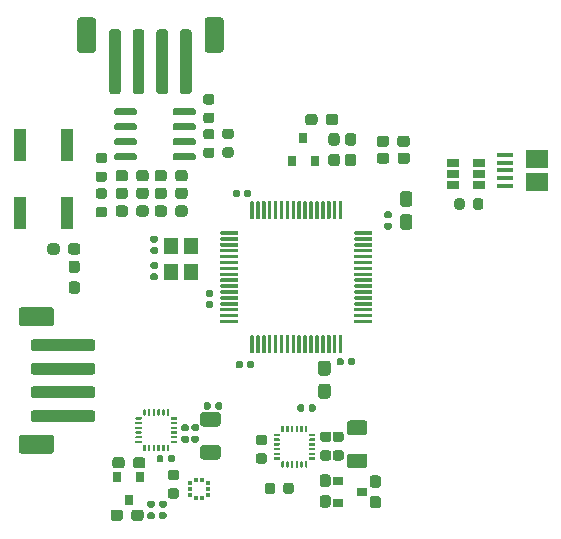
<source format=gbr>
%TF.GenerationSoftware,KiCad,Pcbnew,(5.1.6)-1*%
%TF.CreationDate,2020-08-20T13:52:42+07:00*%
%TF.ProjectId,drone_v3,64726f6e-655f-4763-932e-6b696361645f,rev?*%
%TF.SameCoordinates,Original*%
%TF.FileFunction,Paste,Top*%
%TF.FilePolarity,Positive*%
%FSLAX46Y46*%
G04 Gerber Fmt 4.6, Leading zero omitted, Abs format (unit mm)*
G04 Created by KiCad (PCBNEW (5.1.6)-1) date 2020-08-20 13:52:42*
%MOMM*%
%LPD*%
G01*
G04 APERTURE LIST*
%ADD10R,0.380000X0.350000*%
%ADD11R,0.800000X0.900000*%
%ADD12R,0.900000X0.800000*%
%ADD13R,1.200000X1.400000*%
%ADD14R,1.060000X0.650000*%
%ADD15R,1.000000X2.750000*%
%ADD16R,1.900000X1.500000*%
%ADD17R,1.350000X0.400000*%
G04 APERTURE END LIST*
D10*
%TO.C,U7*%
X121125000Y-124690000D03*
X121625000Y-124690000D03*
X122140000Y-124425000D03*
X122140000Y-123925000D03*
X122140000Y-123425000D03*
X121625000Y-123160000D03*
X121125000Y-123160000D03*
X120610000Y-123425000D03*
X120610000Y-123925000D03*
X120610000Y-124425000D03*
%TD*%
%TO.C,R1*%
G36*
G01*
X130285000Y-116892500D02*
X130285000Y-117237500D01*
G75*
G02*
X130137500Y-117385000I-147500J0D01*
G01*
X129842500Y-117385000D01*
G75*
G02*
X129695000Y-117237500I0J147500D01*
G01*
X129695000Y-116892500D01*
G75*
G02*
X129842500Y-116745000I147500J0D01*
G01*
X130137500Y-116745000D01*
G75*
G02*
X130285000Y-116892500I0J-147500D01*
G01*
G37*
G36*
G01*
X131255000Y-116892500D02*
X131255000Y-117237500D01*
G75*
G02*
X131107500Y-117385000I-147500J0D01*
G01*
X130812500Y-117385000D01*
G75*
G02*
X130665000Y-117237500I0J147500D01*
G01*
X130665000Y-116892500D01*
G75*
G02*
X130812500Y-116745000I147500J0D01*
G01*
X131107500Y-116745000D01*
G75*
G02*
X131255000Y-116892500I0J-147500D01*
G01*
G37*
%TD*%
%TO.C,C20*%
G36*
G01*
X137557500Y-101005000D02*
X137212500Y-101005000D01*
G75*
G02*
X137065000Y-100857500I0J147500D01*
G01*
X137065000Y-100562500D01*
G75*
G02*
X137212500Y-100415000I147500J0D01*
G01*
X137557500Y-100415000D01*
G75*
G02*
X137705000Y-100562500I0J-147500D01*
G01*
X137705000Y-100857500D01*
G75*
G02*
X137557500Y-101005000I-147500J0D01*
G01*
G37*
G36*
G01*
X137557500Y-101975000D02*
X137212500Y-101975000D01*
G75*
G02*
X137065000Y-101827500I0J147500D01*
G01*
X137065000Y-101532500D01*
G75*
G02*
X137212500Y-101385000I147500J0D01*
G01*
X137557500Y-101385000D01*
G75*
G02*
X137705000Y-101532500I0J-147500D01*
G01*
X137705000Y-101827500D01*
G75*
G02*
X137557500Y-101975000I-147500J0D01*
G01*
G37*
%TD*%
%TO.C,C34*%
G36*
G01*
X122960000Y-118650000D02*
X121710000Y-118650000D01*
G75*
G02*
X121460000Y-118400000I0J250000D01*
G01*
X121460000Y-117650000D01*
G75*
G02*
X121710000Y-117400000I250000J0D01*
G01*
X122960000Y-117400000D01*
G75*
G02*
X123210000Y-117650000I0J-250000D01*
G01*
X123210000Y-118400000D01*
G75*
G02*
X122960000Y-118650000I-250000J0D01*
G01*
G37*
G36*
G01*
X122960000Y-121450000D02*
X121710000Y-121450000D01*
G75*
G02*
X121460000Y-121200000I0J250000D01*
G01*
X121460000Y-120450000D01*
G75*
G02*
X121710000Y-120200000I250000J0D01*
G01*
X122960000Y-120200000D01*
G75*
G02*
X123210000Y-120450000I0J-250000D01*
G01*
X123210000Y-121200000D01*
G75*
G02*
X122960000Y-121450000I-250000J0D01*
G01*
G37*
%TD*%
%TO.C,C33*%
G36*
G01*
X115075000Y-121477500D02*
X115075000Y-121952500D01*
G75*
G02*
X114837500Y-122190000I-237500J0D01*
G01*
X114262500Y-122190000D01*
G75*
G02*
X114025000Y-121952500I0J237500D01*
G01*
X114025000Y-121477500D01*
G75*
G02*
X114262500Y-121240000I237500J0D01*
G01*
X114837500Y-121240000D01*
G75*
G02*
X115075000Y-121477500I0J-237500D01*
G01*
G37*
G36*
G01*
X116825000Y-121477500D02*
X116825000Y-121952500D01*
G75*
G02*
X116587500Y-122190000I-237500J0D01*
G01*
X116012500Y-122190000D01*
G75*
G02*
X115775000Y-121952500I0J237500D01*
G01*
X115775000Y-121477500D01*
G75*
G02*
X116012500Y-121240000I237500J0D01*
G01*
X116587500Y-121240000D01*
G75*
G02*
X116825000Y-121477500I0J-237500D01*
G01*
G37*
%TD*%
%TO.C,C23*%
G36*
G01*
X120372500Y-119045000D02*
X120027500Y-119045000D01*
G75*
G02*
X119880000Y-118897500I0J147500D01*
G01*
X119880000Y-118602500D01*
G75*
G02*
X120027500Y-118455000I147500J0D01*
G01*
X120372500Y-118455000D01*
G75*
G02*
X120520000Y-118602500I0J-147500D01*
G01*
X120520000Y-118897500D01*
G75*
G02*
X120372500Y-119045000I-147500J0D01*
G01*
G37*
G36*
G01*
X120372500Y-120015000D02*
X120027500Y-120015000D01*
G75*
G02*
X119880000Y-119867500I0J147500D01*
G01*
X119880000Y-119572500D01*
G75*
G02*
X120027500Y-119425000I147500J0D01*
G01*
X120372500Y-119425000D01*
G75*
G02*
X120520000Y-119572500I0J-147500D01*
G01*
X120520000Y-119867500D01*
G75*
G02*
X120372500Y-120015000I-147500J0D01*
G01*
G37*
%TD*%
%TO.C,C25*%
G36*
G01*
X118740000Y-121522500D02*
X118740000Y-121177500D01*
G75*
G02*
X118887500Y-121030000I147500J0D01*
G01*
X119182500Y-121030000D01*
G75*
G02*
X119330000Y-121177500I0J-147500D01*
G01*
X119330000Y-121522500D01*
G75*
G02*
X119182500Y-121670000I-147500J0D01*
G01*
X118887500Y-121670000D01*
G75*
G02*
X118740000Y-121522500I0J147500D01*
G01*
G37*
G36*
G01*
X117770000Y-121522500D02*
X117770000Y-121177500D01*
G75*
G02*
X117917500Y-121030000I147500J0D01*
G01*
X118212500Y-121030000D01*
G75*
G02*
X118360000Y-121177500I0J-147500D01*
G01*
X118360000Y-121522500D01*
G75*
G02*
X118212500Y-121670000I-147500J0D01*
G01*
X117917500Y-121670000D01*
G75*
G02*
X117770000Y-121522500I0J147500D01*
G01*
G37*
%TD*%
%TO.C,C24*%
G36*
G01*
X121222500Y-119025000D02*
X120877500Y-119025000D01*
G75*
G02*
X120730000Y-118877500I0J147500D01*
G01*
X120730000Y-118582500D01*
G75*
G02*
X120877500Y-118435000I147500J0D01*
G01*
X121222500Y-118435000D01*
G75*
G02*
X121370000Y-118582500I0J-147500D01*
G01*
X121370000Y-118877500D01*
G75*
G02*
X121222500Y-119025000I-147500J0D01*
G01*
G37*
G36*
G01*
X121222500Y-119995000D02*
X120877500Y-119995000D01*
G75*
G02*
X120730000Y-119847500I0J147500D01*
G01*
X120730000Y-119552500D01*
G75*
G02*
X120877500Y-119405000I147500J0D01*
G01*
X121222500Y-119405000D01*
G75*
G02*
X121370000Y-119552500I0J-147500D01*
G01*
X121370000Y-119847500D01*
G75*
G02*
X121222500Y-119995000I-147500J0D01*
G01*
G37*
%TD*%
%TO.C,R16*%
G36*
G01*
X122360000Y-116727500D02*
X122360000Y-117072500D01*
G75*
G02*
X122212500Y-117220000I-147500J0D01*
G01*
X121917500Y-117220000D01*
G75*
G02*
X121770000Y-117072500I0J147500D01*
G01*
X121770000Y-116727500D01*
G75*
G02*
X121917500Y-116580000I147500J0D01*
G01*
X122212500Y-116580000D01*
G75*
G02*
X122360000Y-116727500I0J-147500D01*
G01*
G37*
G36*
G01*
X123330000Y-116727500D02*
X123330000Y-117072500D01*
G75*
G02*
X123182500Y-117220000I-147500J0D01*
G01*
X122887500Y-117220000D01*
G75*
G02*
X122740000Y-117072500I0J147500D01*
G01*
X122740000Y-116727500D01*
G75*
G02*
X122887500Y-116580000I147500J0D01*
G01*
X123182500Y-116580000D01*
G75*
G02*
X123330000Y-116727500I0J-147500D01*
G01*
G37*
%TD*%
D11*
%TO.C,MCP1804*%
X115400000Y-124900000D03*
X114450000Y-122900000D03*
X116350000Y-122900000D03*
%TD*%
%TO.C,ICM 20948*%
G36*
G01*
X116800000Y-117725000D02*
X116700000Y-117725000D01*
G75*
G02*
X116650000Y-117675000I0J50000D01*
G01*
X116650000Y-117225000D01*
G75*
G02*
X116700000Y-117175000I50000J0D01*
G01*
X116800000Y-117175000D01*
G75*
G02*
X116850000Y-117225000I0J-50000D01*
G01*
X116850000Y-117675000D01*
G75*
G02*
X116800000Y-117725000I-50000J0D01*
G01*
G37*
G36*
G01*
X117200000Y-117725000D02*
X117100000Y-117725000D01*
G75*
G02*
X117050000Y-117675000I0J50000D01*
G01*
X117050000Y-117225000D01*
G75*
G02*
X117100000Y-117175000I50000J0D01*
G01*
X117200000Y-117175000D01*
G75*
G02*
X117250000Y-117225000I0J-50000D01*
G01*
X117250000Y-117675000D01*
G75*
G02*
X117200000Y-117725000I-50000J0D01*
G01*
G37*
G36*
G01*
X117600000Y-117725000D02*
X117500000Y-117725000D01*
G75*
G02*
X117450000Y-117675000I0J50000D01*
G01*
X117450000Y-117225000D01*
G75*
G02*
X117500000Y-117175000I50000J0D01*
G01*
X117600000Y-117175000D01*
G75*
G02*
X117650000Y-117225000I0J-50000D01*
G01*
X117650000Y-117675000D01*
G75*
G02*
X117600000Y-117725000I-50000J0D01*
G01*
G37*
G36*
G01*
X118000000Y-117725000D02*
X117900000Y-117725000D01*
G75*
G02*
X117850000Y-117675000I0J50000D01*
G01*
X117850000Y-117225000D01*
G75*
G02*
X117900000Y-117175000I50000J0D01*
G01*
X118000000Y-117175000D01*
G75*
G02*
X118050000Y-117225000I0J-50000D01*
G01*
X118050000Y-117675000D01*
G75*
G02*
X118000000Y-117725000I-50000J0D01*
G01*
G37*
G36*
G01*
X118400000Y-117725000D02*
X118300000Y-117725000D01*
G75*
G02*
X118250000Y-117675000I0J50000D01*
G01*
X118250000Y-117225000D01*
G75*
G02*
X118300000Y-117175000I50000J0D01*
G01*
X118400000Y-117175000D01*
G75*
G02*
X118450000Y-117225000I0J-50000D01*
G01*
X118450000Y-117675000D01*
G75*
G02*
X118400000Y-117725000I-50000J0D01*
G01*
G37*
G36*
G01*
X118800000Y-117725000D02*
X118700000Y-117725000D01*
G75*
G02*
X118650000Y-117675000I0J50000D01*
G01*
X118650000Y-117225000D01*
G75*
G02*
X118700000Y-117175000I50000J0D01*
G01*
X118800000Y-117175000D01*
G75*
G02*
X118850000Y-117225000I0J-50000D01*
G01*
X118850000Y-117675000D01*
G75*
G02*
X118800000Y-117725000I-50000J0D01*
G01*
G37*
G36*
G01*
X118975000Y-118000000D02*
X118975000Y-117900000D01*
G75*
G02*
X119025000Y-117850000I50000J0D01*
G01*
X119475000Y-117850000D01*
G75*
G02*
X119525000Y-117900000I0J-50000D01*
G01*
X119525000Y-118000000D01*
G75*
G02*
X119475000Y-118050000I-50000J0D01*
G01*
X119025000Y-118050000D01*
G75*
G02*
X118975000Y-118000000I0J50000D01*
G01*
G37*
G36*
G01*
X118975000Y-118400000D02*
X118975000Y-118300000D01*
G75*
G02*
X119025000Y-118250000I50000J0D01*
G01*
X119475000Y-118250000D01*
G75*
G02*
X119525000Y-118300000I0J-50000D01*
G01*
X119525000Y-118400000D01*
G75*
G02*
X119475000Y-118450000I-50000J0D01*
G01*
X119025000Y-118450000D01*
G75*
G02*
X118975000Y-118400000I0J50000D01*
G01*
G37*
G36*
G01*
X118975000Y-118800000D02*
X118975000Y-118700000D01*
G75*
G02*
X119025000Y-118650000I50000J0D01*
G01*
X119475000Y-118650000D01*
G75*
G02*
X119525000Y-118700000I0J-50000D01*
G01*
X119525000Y-118800000D01*
G75*
G02*
X119475000Y-118850000I-50000J0D01*
G01*
X119025000Y-118850000D01*
G75*
G02*
X118975000Y-118800000I0J50000D01*
G01*
G37*
G36*
G01*
X118975000Y-119200000D02*
X118975000Y-119100000D01*
G75*
G02*
X119025000Y-119050000I50000J0D01*
G01*
X119475000Y-119050000D01*
G75*
G02*
X119525000Y-119100000I0J-50000D01*
G01*
X119525000Y-119200000D01*
G75*
G02*
X119475000Y-119250000I-50000J0D01*
G01*
X119025000Y-119250000D01*
G75*
G02*
X118975000Y-119200000I0J50000D01*
G01*
G37*
G36*
G01*
X118975000Y-119600000D02*
X118975000Y-119500000D01*
G75*
G02*
X119025000Y-119450000I50000J0D01*
G01*
X119475000Y-119450000D01*
G75*
G02*
X119525000Y-119500000I0J-50000D01*
G01*
X119525000Y-119600000D01*
G75*
G02*
X119475000Y-119650000I-50000J0D01*
G01*
X119025000Y-119650000D01*
G75*
G02*
X118975000Y-119600000I0J50000D01*
G01*
G37*
G36*
G01*
X118975000Y-120000000D02*
X118975000Y-119900000D01*
G75*
G02*
X119025000Y-119850000I50000J0D01*
G01*
X119475000Y-119850000D01*
G75*
G02*
X119525000Y-119900000I0J-50000D01*
G01*
X119525000Y-120000000D01*
G75*
G02*
X119475000Y-120050000I-50000J0D01*
G01*
X119025000Y-120050000D01*
G75*
G02*
X118975000Y-120000000I0J50000D01*
G01*
G37*
G36*
G01*
X118800000Y-120725000D02*
X118700000Y-120725000D01*
G75*
G02*
X118650000Y-120675000I0J50000D01*
G01*
X118650000Y-120225000D01*
G75*
G02*
X118700000Y-120175000I50000J0D01*
G01*
X118800000Y-120175000D01*
G75*
G02*
X118850000Y-120225000I0J-50000D01*
G01*
X118850000Y-120675000D01*
G75*
G02*
X118800000Y-120725000I-50000J0D01*
G01*
G37*
G36*
G01*
X118400000Y-120725000D02*
X118300000Y-120725000D01*
G75*
G02*
X118250000Y-120675000I0J50000D01*
G01*
X118250000Y-120225000D01*
G75*
G02*
X118300000Y-120175000I50000J0D01*
G01*
X118400000Y-120175000D01*
G75*
G02*
X118450000Y-120225000I0J-50000D01*
G01*
X118450000Y-120675000D01*
G75*
G02*
X118400000Y-120725000I-50000J0D01*
G01*
G37*
G36*
G01*
X118000000Y-120725000D02*
X117900000Y-120725000D01*
G75*
G02*
X117850000Y-120675000I0J50000D01*
G01*
X117850000Y-120225000D01*
G75*
G02*
X117900000Y-120175000I50000J0D01*
G01*
X118000000Y-120175000D01*
G75*
G02*
X118050000Y-120225000I0J-50000D01*
G01*
X118050000Y-120675000D01*
G75*
G02*
X118000000Y-120725000I-50000J0D01*
G01*
G37*
G36*
G01*
X117600000Y-120725000D02*
X117500000Y-120725000D01*
G75*
G02*
X117450000Y-120675000I0J50000D01*
G01*
X117450000Y-120225000D01*
G75*
G02*
X117500000Y-120175000I50000J0D01*
G01*
X117600000Y-120175000D01*
G75*
G02*
X117650000Y-120225000I0J-50000D01*
G01*
X117650000Y-120675000D01*
G75*
G02*
X117600000Y-120725000I-50000J0D01*
G01*
G37*
G36*
G01*
X117200000Y-120725000D02*
X117100000Y-120725000D01*
G75*
G02*
X117050000Y-120675000I0J50000D01*
G01*
X117050000Y-120225000D01*
G75*
G02*
X117100000Y-120175000I50000J0D01*
G01*
X117200000Y-120175000D01*
G75*
G02*
X117250000Y-120225000I0J-50000D01*
G01*
X117250000Y-120675000D01*
G75*
G02*
X117200000Y-120725000I-50000J0D01*
G01*
G37*
G36*
G01*
X116800000Y-120725000D02*
X116700000Y-120725000D01*
G75*
G02*
X116650000Y-120675000I0J50000D01*
G01*
X116650000Y-120225000D01*
G75*
G02*
X116700000Y-120175000I50000J0D01*
G01*
X116800000Y-120175000D01*
G75*
G02*
X116850000Y-120225000I0J-50000D01*
G01*
X116850000Y-120675000D01*
G75*
G02*
X116800000Y-120725000I-50000J0D01*
G01*
G37*
G36*
G01*
X115975000Y-120000000D02*
X115975000Y-119900000D01*
G75*
G02*
X116025000Y-119850000I50000J0D01*
G01*
X116475000Y-119850000D01*
G75*
G02*
X116525000Y-119900000I0J-50000D01*
G01*
X116525000Y-120000000D01*
G75*
G02*
X116475000Y-120050000I-50000J0D01*
G01*
X116025000Y-120050000D01*
G75*
G02*
X115975000Y-120000000I0J50000D01*
G01*
G37*
G36*
G01*
X115975000Y-119600000D02*
X115975000Y-119500000D01*
G75*
G02*
X116025000Y-119450000I50000J0D01*
G01*
X116475000Y-119450000D01*
G75*
G02*
X116525000Y-119500000I0J-50000D01*
G01*
X116525000Y-119600000D01*
G75*
G02*
X116475000Y-119650000I-50000J0D01*
G01*
X116025000Y-119650000D01*
G75*
G02*
X115975000Y-119600000I0J50000D01*
G01*
G37*
G36*
G01*
X115975000Y-119200000D02*
X115975000Y-119100000D01*
G75*
G02*
X116025000Y-119050000I50000J0D01*
G01*
X116475000Y-119050000D01*
G75*
G02*
X116525000Y-119100000I0J-50000D01*
G01*
X116525000Y-119200000D01*
G75*
G02*
X116475000Y-119250000I-50000J0D01*
G01*
X116025000Y-119250000D01*
G75*
G02*
X115975000Y-119200000I0J50000D01*
G01*
G37*
G36*
G01*
X115975000Y-118800000D02*
X115975000Y-118700000D01*
G75*
G02*
X116025000Y-118650000I50000J0D01*
G01*
X116475000Y-118650000D01*
G75*
G02*
X116525000Y-118700000I0J-50000D01*
G01*
X116525000Y-118800000D01*
G75*
G02*
X116475000Y-118850000I-50000J0D01*
G01*
X116025000Y-118850000D01*
G75*
G02*
X115975000Y-118800000I0J50000D01*
G01*
G37*
G36*
G01*
X115975000Y-118400000D02*
X115975000Y-118300000D01*
G75*
G02*
X116025000Y-118250000I50000J0D01*
G01*
X116475000Y-118250000D01*
G75*
G02*
X116525000Y-118300000I0J-50000D01*
G01*
X116525000Y-118400000D01*
G75*
G02*
X116475000Y-118450000I-50000J0D01*
G01*
X116025000Y-118450000D01*
G75*
G02*
X115975000Y-118400000I0J50000D01*
G01*
G37*
G36*
G01*
X115975000Y-118000000D02*
X115975000Y-117900000D01*
G75*
G02*
X116025000Y-117850000I50000J0D01*
G01*
X116475000Y-117850000D01*
G75*
G02*
X116525000Y-117900000I0J-50000D01*
G01*
X116525000Y-118000000D01*
G75*
G02*
X116475000Y-118050000I-50000J0D01*
G01*
X116025000Y-118050000D01*
G75*
G02*
X115975000Y-118000000I0J50000D01*
G01*
G37*
%TD*%
%TO.C,C32*%
G36*
G01*
X114925000Y-125912500D02*
X114925000Y-126387500D01*
G75*
G02*
X114687500Y-126625000I-237500J0D01*
G01*
X114112500Y-126625000D01*
G75*
G02*
X113875000Y-126387500I0J237500D01*
G01*
X113875000Y-125912500D01*
G75*
G02*
X114112500Y-125675000I237500J0D01*
G01*
X114687500Y-125675000D01*
G75*
G02*
X114925000Y-125912500I0J-237500D01*
G01*
G37*
G36*
G01*
X116675000Y-125912500D02*
X116675000Y-126387500D01*
G75*
G02*
X116437500Y-126625000I-237500J0D01*
G01*
X115862500Y-126625000D01*
G75*
G02*
X115625000Y-126387500I0J237500D01*
G01*
X115625000Y-125912500D01*
G75*
G02*
X115862500Y-125675000I237500J0D01*
G01*
X116437500Y-125675000D01*
G75*
G02*
X116675000Y-125912500I0J-237500D01*
G01*
G37*
%TD*%
%TO.C,C32*%
G36*
G01*
X122456250Y-91375000D02*
X121943750Y-91375000D01*
G75*
G02*
X121725000Y-91156250I0J218750D01*
G01*
X121725000Y-90718750D01*
G75*
G02*
X121943750Y-90500000I218750J0D01*
G01*
X122456250Y-90500000D01*
G75*
G02*
X122675000Y-90718750I0J-218750D01*
G01*
X122675000Y-91156250D01*
G75*
G02*
X122456250Y-91375000I-218750J0D01*
G01*
G37*
G36*
G01*
X122456250Y-92950000D02*
X121943750Y-92950000D01*
G75*
G02*
X121725000Y-92731250I0J218750D01*
G01*
X121725000Y-92293750D01*
G75*
G02*
X121943750Y-92075000I218750J0D01*
G01*
X122456250Y-92075000D01*
G75*
G02*
X122675000Y-92293750I0J-218750D01*
G01*
X122675000Y-92731250D01*
G75*
G02*
X122456250Y-92950000I-218750J0D01*
G01*
G37*
%TD*%
%TO.C,C6*%
G36*
G01*
X139175001Y-100025000D02*
X138624999Y-100025000D01*
G75*
G02*
X138375000Y-99775001I0J249999D01*
G01*
X138375000Y-98974999D01*
G75*
G02*
X138624999Y-98725000I249999J0D01*
G01*
X139175001Y-98725000D01*
G75*
G02*
X139425000Y-98974999I0J-249999D01*
G01*
X139425000Y-99775001D01*
G75*
G02*
X139175001Y-100025000I-249999J0D01*
G01*
G37*
G36*
G01*
X139175001Y-101975000D02*
X138624999Y-101975000D01*
G75*
G02*
X138375000Y-101725001I0J249999D01*
G01*
X138375000Y-100924999D01*
G75*
G02*
X138624999Y-100675000I249999J0D01*
G01*
X139175001Y-100675000D01*
G75*
G02*
X139425000Y-100924999I0J-249999D01*
G01*
X139425000Y-101725001D01*
G75*
G02*
X139175001Y-101975000I-249999J0D01*
G01*
G37*
%TD*%
%TO.C,CAP*%
G36*
G01*
X131699999Y-115000000D02*
X132250001Y-115000000D01*
G75*
G02*
X132500000Y-115249999I0J-249999D01*
G01*
X132500000Y-116050001D01*
G75*
G02*
X132250001Y-116300000I-249999J0D01*
G01*
X131699999Y-116300000D01*
G75*
G02*
X131450000Y-116050001I0J249999D01*
G01*
X131450000Y-115249999D01*
G75*
G02*
X131699999Y-115000000I249999J0D01*
G01*
G37*
G36*
G01*
X131699999Y-113050000D02*
X132250001Y-113050000D01*
G75*
G02*
X132500000Y-113299999I0J-249999D01*
G01*
X132500000Y-114100001D01*
G75*
G02*
X132250001Y-114350000I-249999J0D01*
G01*
X131699999Y-114350000D01*
G75*
G02*
X131450000Y-114100001I0J249999D01*
G01*
X131450000Y-113299999D01*
G75*
G02*
X131699999Y-113050000I249999J0D01*
G01*
G37*
%TD*%
%TO.C,C13*%
G36*
G01*
X133990000Y-113322500D02*
X133990000Y-112977500D01*
G75*
G02*
X134137500Y-112830000I147500J0D01*
G01*
X134432500Y-112830000D01*
G75*
G02*
X134580000Y-112977500I0J-147500D01*
G01*
X134580000Y-113322500D01*
G75*
G02*
X134432500Y-113470000I-147500J0D01*
G01*
X134137500Y-113470000D01*
G75*
G02*
X133990000Y-113322500I0J147500D01*
G01*
G37*
G36*
G01*
X133020000Y-113322500D02*
X133020000Y-112977500D01*
G75*
G02*
X133167500Y-112830000I147500J0D01*
G01*
X133462500Y-112830000D01*
G75*
G02*
X133610000Y-112977500I0J-147500D01*
G01*
X133610000Y-113322500D01*
G75*
G02*
X133462500Y-113470000I-147500J0D01*
G01*
X133167500Y-113470000D01*
G75*
G02*
X133020000Y-113322500I0J147500D01*
G01*
G37*
%TD*%
%TO.C,C14*%
G36*
G01*
X122422500Y-107660000D02*
X122077500Y-107660000D01*
G75*
G02*
X121930000Y-107512500I0J147500D01*
G01*
X121930000Y-107217500D01*
G75*
G02*
X122077500Y-107070000I147500J0D01*
G01*
X122422500Y-107070000D01*
G75*
G02*
X122570000Y-107217500I0J-147500D01*
G01*
X122570000Y-107512500D01*
G75*
G02*
X122422500Y-107660000I-147500J0D01*
G01*
G37*
G36*
G01*
X122422500Y-108630000D02*
X122077500Y-108630000D01*
G75*
G02*
X121930000Y-108482500I0J147500D01*
G01*
X121930000Y-108187500D01*
G75*
G02*
X122077500Y-108040000I147500J0D01*
G01*
X122422500Y-108040000D01*
G75*
G02*
X122570000Y-108187500I0J-147500D01*
G01*
X122570000Y-108482500D01*
G75*
G02*
X122422500Y-108630000I-147500J0D01*
G01*
G37*
%TD*%
%TO.C,C9*%
G36*
G01*
X125190000Y-99072500D02*
X125190000Y-98727500D01*
G75*
G02*
X125337500Y-98580000I147500J0D01*
G01*
X125632500Y-98580000D01*
G75*
G02*
X125780000Y-98727500I0J-147500D01*
G01*
X125780000Y-99072500D01*
G75*
G02*
X125632500Y-99220000I-147500J0D01*
G01*
X125337500Y-99220000D01*
G75*
G02*
X125190000Y-99072500I0J147500D01*
G01*
G37*
G36*
G01*
X124220000Y-99072500D02*
X124220000Y-98727500D01*
G75*
G02*
X124367500Y-98580000I147500J0D01*
G01*
X124662500Y-98580000D01*
G75*
G02*
X124810000Y-98727500I0J-147500D01*
G01*
X124810000Y-99072500D01*
G75*
G02*
X124662500Y-99220000I-147500J0D01*
G01*
X124367500Y-99220000D01*
G75*
G02*
X124220000Y-99072500I0J147500D01*
G01*
G37*
%TD*%
%TO.C,C8*%
G36*
G01*
X125060000Y-113227500D02*
X125060000Y-113572500D01*
G75*
G02*
X124912500Y-113720000I-147500J0D01*
G01*
X124617500Y-113720000D01*
G75*
G02*
X124470000Y-113572500I0J147500D01*
G01*
X124470000Y-113227500D01*
G75*
G02*
X124617500Y-113080000I147500J0D01*
G01*
X124912500Y-113080000D01*
G75*
G02*
X125060000Y-113227500I0J-147500D01*
G01*
G37*
G36*
G01*
X126030000Y-113227500D02*
X126030000Y-113572500D01*
G75*
G02*
X125882500Y-113720000I-147500J0D01*
G01*
X125587500Y-113720000D01*
G75*
G02*
X125440000Y-113572500I0J147500D01*
G01*
X125440000Y-113227500D01*
G75*
G02*
X125587500Y-113080000I147500J0D01*
G01*
X125882500Y-113080000D01*
G75*
G02*
X126030000Y-113227500I0J-147500D01*
G01*
G37*
%TD*%
%TO.C,C31*%
G36*
G01*
X117472500Y-125510000D02*
X117127500Y-125510000D01*
G75*
G02*
X116980000Y-125362500I0J147500D01*
G01*
X116980000Y-125067500D01*
G75*
G02*
X117127500Y-124920000I147500J0D01*
G01*
X117472500Y-124920000D01*
G75*
G02*
X117620000Y-125067500I0J-147500D01*
G01*
X117620000Y-125362500D01*
G75*
G02*
X117472500Y-125510000I-147500J0D01*
G01*
G37*
G36*
G01*
X117472500Y-126480000D02*
X117127500Y-126480000D01*
G75*
G02*
X116980000Y-126332500I0J147500D01*
G01*
X116980000Y-126037500D01*
G75*
G02*
X117127500Y-125890000I147500J0D01*
G01*
X117472500Y-125890000D01*
G75*
G02*
X117620000Y-126037500I0J-147500D01*
G01*
X117620000Y-126332500D01*
G75*
G02*
X117472500Y-126480000I-147500J0D01*
G01*
G37*
%TD*%
%TO.C,C27*%
G36*
G01*
X118472500Y-125510000D02*
X118127500Y-125510000D01*
G75*
G02*
X117980000Y-125362500I0J147500D01*
G01*
X117980000Y-125067500D01*
G75*
G02*
X118127500Y-124920000I147500J0D01*
G01*
X118472500Y-124920000D01*
G75*
G02*
X118620000Y-125067500I0J-147500D01*
G01*
X118620000Y-125362500D01*
G75*
G02*
X118472500Y-125510000I-147500J0D01*
G01*
G37*
G36*
G01*
X118472500Y-126480000D02*
X118127500Y-126480000D01*
G75*
G02*
X117980000Y-126332500I0J147500D01*
G01*
X117980000Y-126037500D01*
G75*
G02*
X118127500Y-125890000I147500J0D01*
G01*
X118472500Y-125890000D01*
G75*
G02*
X118620000Y-126037500I0J-147500D01*
G01*
X118620000Y-126332500D01*
G75*
G02*
X118472500Y-126480000I-147500J0D01*
G01*
G37*
%TD*%
D12*
%TO.C,MCP1700*%
X135150000Y-124200000D03*
X133150000Y-125150000D03*
X133150000Y-123250000D03*
%TD*%
%TO.C,C30*%
G36*
G01*
X132287500Y-123750000D02*
X131812500Y-123750000D01*
G75*
G02*
X131575000Y-123512500I0J237500D01*
G01*
X131575000Y-122937500D01*
G75*
G02*
X131812500Y-122700000I237500J0D01*
G01*
X132287500Y-122700000D01*
G75*
G02*
X132525000Y-122937500I0J-237500D01*
G01*
X132525000Y-123512500D01*
G75*
G02*
X132287500Y-123750000I-237500J0D01*
G01*
G37*
G36*
G01*
X132287500Y-125500000D02*
X131812500Y-125500000D01*
G75*
G02*
X131575000Y-125262500I0J237500D01*
G01*
X131575000Y-124687500D01*
G75*
G02*
X131812500Y-124450000I237500J0D01*
G01*
X132287500Y-124450000D01*
G75*
G02*
X132525000Y-124687500I0J-237500D01*
G01*
X132525000Y-125262500D01*
G75*
G02*
X132287500Y-125500000I-237500J0D01*
G01*
G37*
%TD*%
%TO.C,C29*%
G36*
G01*
X136537500Y-123825000D02*
X136062500Y-123825000D01*
G75*
G02*
X135825000Y-123587500I0J237500D01*
G01*
X135825000Y-123012500D01*
G75*
G02*
X136062500Y-122775000I237500J0D01*
G01*
X136537500Y-122775000D01*
G75*
G02*
X136775000Y-123012500I0J-237500D01*
G01*
X136775000Y-123587500D01*
G75*
G02*
X136537500Y-123825000I-237500J0D01*
G01*
G37*
G36*
G01*
X136537500Y-125575000D02*
X136062500Y-125575000D01*
G75*
G02*
X135825000Y-125337500I0J237500D01*
G01*
X135825000Y-124762500D01*
G75*
G02*
X136062500Y-124525000I237500J0D01*
G01*
X136537500Y-124525000D01*
G75*
G02*
X136775000Y-124762500I0J-237500D01*
G01*
X136775000Y-125337500D01*
G75*
G02*
X136537500Y-125575000I-237500J0D01*
G01*
G37*
%TD*%
%TO.C,C28*%
G36*
G01*
X145435000Y-99543750D02*
X145435000Y-100056250D01*
G75*
G02*
X145216250Y-100275000I-218750J0D01*
G01*
X144778750Y-100275000D01*
G75*
G02*
X144560000Y-100056250I0J218750D01*
G01*
X144560000Y-99543750D01*
G75*
G02*
X144778750Y-99325000I218750J0D01*
G01*
X145216250Y-99325000D01*
G75*
G02*
X145435000Y-99543750I0J-218750D01*
G01*
G37*
G36*
G01*
X143860000Y-99543750D02*
X143860000Y-100056250D01*
G75*
G02*
X143641250Y-100275000I-218750J0D01*
G01*
X143203750Y-100275000D01*
G75*
G02*
X142985000Y-100056250I0J218750D01*
G01*
X142985000Y-99543750D01*
G75*
G02*
X143203750Y-99325000I218750J0D01*
G01*
X143641250Y-99325000D01*
G75*
G02*
X143860000Y-99543750I0J-218750D01*
G01*
G37*
%TD*%
%TO.C,C21*%
G36*
G01*
X135375000Y-119375000D02*
X134125000Y-119375000D01*
G75*
G02*
X133875000Y-119125000I0J250000D01*
G01*
X133875000Y-118375000D01*
G75*
G02*
X134125000Y-118125000I250000J0D01*
G01*
X135375000Y-118125000D01*
G75*
G02*
X135625000Y-118375000I0J-250000D01*
G01*
X135625000Y-119125000D01*
G75*
G02*
X135375000Y-119375000I-250000J0D01*
G01*
G37*
G36*
G01*
X135375000Y-122175000D02*
X134125000Y-122175000D01*
G75*
G02*
X133875000Y-121925000I0J250000D01*
G01*
X133875000Y-121175000D01*
G75*
G02*
X134125000Y-120925000I250000J0D01*
G01*
X135375000Y-120925000D01*
G75*
G02*
X135625000Y-121175000I0J-250000D01*
G01*
X135625000Y-121925000D01*
G75*
G02*
X135375000Y-122175000I-250000J0D01*
G01*
G37*
%TD*%
%TO.C,I2C1*%
G36*
G01*
X113750000Y-90250000D02*
X113750000Y-85250000D01*
G75*
G02*
X114000000Y-85000000I250000J0D01*
G01*
X114500000Y-85000000D01*
G75*
G02*
X114750000Y-85250000I0J-250000D01*
G01*
X114750000Y-90250000D01*
G75*
G02*
X114500000Y-90500000I-250000J0D01*
G01*
X114000000Y-90500000D01*
G75*
G02*
X113750000Y-90250000I0J250000D01*
G01*
G37*
G36*
G01*
X115750000Y-90250000D02*
X115750000Y-85250000D01*
G75*
G02*
X116000000Y-85000000I250000J0D01*
G01*
X116500000Y-85000000D01*
G75*
G02*
X116750000Y-85250000I0J-250000D01*
G01*
X116750000Y-90250000D01*
G75*
G02*
X116500000Y-90500000I-250000J0D01*
G01*
X116000000Y-90500000D01*
G75*
G02*
X115750000Y-90250000I0J250000D01*
G01*
G37*
G36*
G01*
X117750000Y-90250000D02*
X117750000Y-85250000D01*
G75*
G02*
X118000000Y-85000000I250000J0D01*
G01*
X118500000Y-85000000D01*
G75*
G02*
X118750000Y-85250000I0J-250000D01*
G01*
X118750000Y-90250000D01*
G75*
G02*
X118500000Y-90500000I-250000J0D01*
G01*
X118000000Y-90500000D01*
G75*
G02*
X117750000Y-90250000I0J250000D01*
G01*
G37*
G36*
G01*
X119750000Y-90250000D02*
X119750000Y-85250000D01*
G75*
G02*
X120000000Y-85000000I250000J0D01*
G01*
X120500000Y-85000000D01*
G75*
G02*
X120750000Y-85250000I0J-250000D01*
G01*
X120750000Y-90250000D01*
G75*
G02*
X120500000Y-90500000I-250000J0D01*
G01*
X120000000Y-90500000D01*
G75*
G02*
X119750000Y-90250000I0J250000D01*
G01*
G37*
G36*
G01*
X111050000Y-86750000D02*
X111050000Y-84250000D01*
G75*
G02*
X111300000Y-84000000I250000J0D01*
G01*
X112400000Y-84000000D01*
G75*
G02*
X112650000Y-84250000I0J-250000D01*
G01*
X112650000Y-86750000D01*
G75*
G02*
X112400000Y-87000000I-250000J0D01*
G01*
X111300000Y-87000000D01*
G75*
G02*
X111050000Y-86750000I0J250000D01*
G01*
G37*
G36*
G01*
X121850000Y-86750000D02*
X121850000Y-84250000D01*
G75*
G02*
X122100000Y-84000000I250000J0D01*
G01*
X123200000Y-84000000D01*
G75*
G02*
X123450000Y-84250000I0J-250000D01*
G01*
X123450000Y-86750000D01*
G75*
G02*
X123200000Y-87000000I-250000J0D01*
G01*
X122100000Y-87000000D01*
G75*
G02*
X121850000Y-86750000I0J250000D01*
G01*
G37*
%TD*%
%TO.C,UART3*%
G36*
G01*
X112350000Y-118250000D02*
X107350000Y-118250000D01*
G75*
G02*
X107100000Y-118000000I0J250000D01*
G01*
X107100000Y-117500000D01*
G75*
G02*
X107350000Y-117250000I250000J0D01*
G01*
X112350000Y-117250000D01*
G75*
G02*
X112600000Y-117500000I0J-250000D01*
G01*
X112600000Y-118000000D01*
G75*
G02*
X112350000Y-118250000I-250000J0D01*
G01*
G37*
G36*
G01*
X112350000Y-116250000D02*
X107350000Y-116250000D01*
G75*
G02*
X107100000Y-116000000I0J250000D01*
G01*
X107100000Y-115500000D01*
G75*
G02*
X107350000Y-115250000I250000J0D01*
G01*
X112350000Y-115250000D01*
G75*
G02*
X112600000Y-115500000I0J-250000D01*
G01*
X112600000Y-116000000D01*
G75*
G02*
X112350000Y-116250000I-250000J0D01*
G01*
G37*
G36*
G01*
X112350000Y-114250000D02*
X107350000Y-114250000D01*
G75*
G02*
X107100000Y-114000000I0J250000D01*
G01*
X107100000Y-113500000D01*
G75*
G02*
X107350000Y-113250000I250000J0D01*
G01*
X112350000Y-113250000D01*
G75*
G02*
X112600000Y-113500000I0J-250000D01*
G01*
X112600000Y-114000000D01*
G75*
G02*
X112350000Y-114250000I-250000J0D01*
G01*
G37*
G36*
G01*
X112350000Y-112250000D02*
X107350000Y-112250000D01*
G75*
G02*
X107100000Y-112000000I0J250000D01*
G01*
X107100000Y-111500000D01*
G75*
G02*
X107350000Y-111250000I250000J0D01*
G01*
X112350000Y-111250000D01*
G75*
G02*
X112600000Y-111500000I0J-250000D01*
G01*
X112600000Y-112000000D01*
G75*
G02*
X112350000Y-112250000I-250000J0D01*
G01*
G37*
G36*
G01*
X108850000Y-120950000D02*
X106350000Y-120950000D01*
G75*
G02*
X106100000Y-120700000I0J250000D01*
G01*
X106100000Y-119600000D01*
G75*
G02*
X106350000Y-119350000I250000J0D01*
G01*
X108850000Y-119350000D01*
G75*
G02*
X109100000Y-119600000I0J-250000D01*
G01*
X109100000Y-120700000D01*
G75*
G02*
X108850000Y-120950000I-250000J0D01*
G01*
G37*
G36*
G01*
X108850000Y-110150000D02*
X106350000Y-110150000D01*
G75*
G02*
X106100000Y-109900000I0J250000D01*
G01*
X106100000Y-108800000D01*
G75*
G02*
X106350000Y-108550000I250000J0D01*
G01*
X108850000Y-108550000D01*
G75*
G02*
X109100000Y-108800000I0J-250000D01*
G01*
X109100000Y-109900000D01*
G75*
G02*
X108850000Y-110150000I-250000J0D01*
G01*
G37*
%TD*%
%TO.C,C26*%
G36*
G01*
X133406250Y-119950000D02*
X132893750Y-119950000D01*
G75*
G02*
X132675000Y-119731250I0J218750D01*
G01*
X132675000Y-119293750D01*
G75*
G02*
X132893750Y-119075000I218750J0D01*
G01*
X133406250Y-119075000D01*
G75*
G02*
X133625000Y-119293750I0J-218750D01*
G01*
X133625000Y-119731250D01*
G75*
G02*
X133406250Y-119950000I-218750J0D01*
G01*
G37*
G36*
G01*
X133406250Y-121525000D02*
X132893750Y-121525000D01*
G75*
G02*
X132675000Y-121306250I0J218750D01*
G01*
X132675000Y-120868750D01*
G75*
G02*
X132893750Y-120650000I218750J0D01*
G01*
X133406250Y-120650000D01*
G75*
G02*
X133625000Y-120868750I0J-218750D01*
G01*
X133625000Y-121306250D01*
G75*
G02*
X133406250Y-121525000I-218750J0D01*
G01*
G37*
%TD*%
%TO.C,C22*%
G36*
G01*
X119456250Y-123175000D02*
X118943750Y-123175000D01*
G75*
G02*
X118725000Y-122956250I0J218750D01*
G01*
X118725000Y-122518750D01*
G75*
G02*
X118943750Y-122300000I218750J0D01*
G01*
X119456250Y-122300000D01*
G75*
G02*
X119675000Y-122518750I0J-218750D01*
G01*
X119675000Y-122956250D01*
G75*
G02*
X119456250Y-123175000I-218750J0D01*
G01*
G37*
G36*
G01*
X119456250Y-124750000D02*
X118943750Y-124750000D01*
G75*
G02*
X118725000Y-124531250I0J218750D01*
G01*
X118725000Y-124093750D01*
G75*
G02*
X118943750Y-123875000I218750J0D01*
G01*
X119456250Y-123875000D01*
G75*
G02*
X119675000Y-124093750I0J-218750D01*
G01*
X119675000Y-124531250D01*
G75*
G02*
X119456250Y-124750000I-218750J0D01*
G01*
G37*
%TD*%
%TO.C,24LC512*%
G36*
G01*
X119125000Y-92150000D02*
X119125000Y-91850000D01*
G75*
G02*
X119275000Y-91700000I150000J0D01*
G01*
X120925000Y-91700000D01*
G75*
G02*
X121075000Y-91850000I0J-150000D01*
G01*
X121075000Y-92150000D01*
G75*
G02*
X120925000Y-92300000I-150000J0D01*
G01*
X119275000Y-92300000D01*
G75*
G02*
X119125000Y-92150000I0J150000D01*
G01*
G37*
G36*
G01*
X119125000Y-93420000D02*
X119125000Y-93120000D01*
G75*
G02*
X119275000Y-92970000I150000J0D01*
G01*
X120925000Y-92970000D01*
G75*
G02*
X121075000Y-93120000I0J-150000D01*
G01*
X121075000Y-93420000D01*
G75*
G02*
X120925000Y-93570000I-150000J0D01*
G01*
X119275000Y-93570000D01*
G75*
G02*
X119125000Y-93420000I0J150000D01*
G01*
G37*
G36*
G01*
X119125000Y-94690000D02*
X119125000Y-94390000D01*
G75*
G02*
X119275000Y-94240000I150000J0D01*
G01*
X120925000Y-94240000D01*
G75*
G02*
X121075000Y-94390000I0J-150000D01*
G01*
X121075000Y-94690000D01*
G75*
G02*
X120925000Y-94840000I-150000J0D01*
G01*
X119275000Y-94840000D01*
G75*
G02*
X119125000Y-94690000I0J150000D01*
G01*
G37*
G36*
G01*
X119125000Y-95960000D02*
X119125000Y-95660000D01*
G75*
G02*
X119275000Y-95510000I150000J0D01*
G01*
X120925000Y-95510000D01*
G75*
G02*
X121075000Y-95660000I0J-150000D01*
G01*
X121075000Y-95960000D01*
G75*
G02*
X120925000Y-96110000I-150000J0D01*
G01*
X119275000Y-96110000D01*
G75*
G02*
X119125000Y-95960000I0J150000D01*
G01*
G37*
G36*
G01*
X114175000Y-95960000D02*
X114175000Y-95660000D01*
G75*
G02*
X114325000Y-95510000I150000J0D01*
G01*
X115975000Y-95510000D01*
G75*
G02*
X116125000Y-95660000I0J-150000D01*
G01*
X116125000Y-95960000D01*
G75*
G02*
X115975000Y-96110000I-150000J0D01*
G01*
X114325000Y-96110000D01*
G75*
G02*
X114175000Y-95960000I0J150000D01*
G01*
G37*
G36*
G01*
X114175000Y-94690000D02*
X114175000Y-94390000D01*
G75*
G02*
X114325000Y-94240000I150000J0D01*
G01*
X115975000Y-94240000D01*
G75*
G02*
X116125000Y-94390000I0J-150000D01*
G01*
X116125000Y-94690000D01*
G75*
G02*
X115975000Y-94840000I-150000J0D01*
G01*
X114325000Y-94840000D01*
G75*
G02*
X114175000Y-94690000I0J150000D01*
G01*
G37*
G36*
G01*
X114175000Y-93420000D02*
X114175000Y-93120000D01*
G75*
G02*
X114325000Y-92970000I150000J0D01*
G01*
X115975000Y-92970000D01*
G75*
G02*
X116125000Y-93120000I0J-150000D01*
G01*
X116125000Y-93420000D01*
G75*
G02*
X115975000Y-93570000I-150000J0D01*
G01*
X114325000Y-93570000D01*
G75*
G02*
X114175000Y-93420000I0J150000D01*
G01*
G37*
G36*
G01*
X114175000Y-92150000D02*
X114175000Y-91850000D01*
G75*
G02*
X114325000Y-91700000I150000J0D01*
G01*
X115975000Y-91700000D01*
G75*
G02*
X116125000Y-91850000I0J-150000D01*
G01*
X116125000Y-92150000D01*
G75*
G02*
X115975000Y-92300000I-150000J0D01*
G01*
X114325000Y-92300000D01*
G75*
G02*
X114175000Y-92150000I0J150000D01*
G01*
G37*
%TD*%
%TO.C,C2*%
G36*
G01*
X132356250Y-119950000D02*
X131843750Y-119950000D01*
G75*
G02*
X131625000Y-119731250I0J218750D01*
G01*
X131625000Y-119293750D01*
G75*
G02*
X131843750Y-119075000I218750J0D01*
G01*
X132356250Y-119075000D01*
G75*
G02*
X132575000Y-119293750I0J-218750D01*
G01*
X132575000Y-119731250D01*
G75*
G02*
X132356250Y-119950000I-218750J0D01*
G01*
G37*
G36*
G01*
X132356250Y-121525000D02*
X131843750Y-121525000D01*
G75*
G02*
X131625000Y-121306250I0J218750D01*
G01*
X131625000Y-120868750D01*
G75*
G02*
X131843750Y-120650000I218750J0D01*
G01*
X132356250Y-120650000D01*
G75*
G02*
X132575000Y-120868750I0J-218750D01*
G01*
X132575000Y-121306250D01*
G75*
G02*
X132356250Y-121525000I-218750J0D01*
G01*
G37*
%TD*%
%TO.C,C1*%
G36*
G01*
X126906250Y-120200000D02*
X126393750Y-120200000D01*
G75*
G02*
X126175000Y-119981250I0J218750D01*
G01*
X126175000Y-119543750D01*
G75*
G02*
X126393750Y-119325000I218750J0D01*
G01*
X126906250Y-119325000D01*
G75*
G02*
X127125000Y-119543750I0J-218750D01*
G01*
X127125000Y-119981250D01*
G75*
G02*
X126906250Y-120200000I-218750J0D01*
G01*
G37*
G36*
G01*
X126906250Y-121775000D02*
X126393750Y-121775000D01*
G75*
G02*
X126175000Y-121556250I0J218750D01*
G01*
X126175000Y-121118750D01*
G75*
G02*
X126393750Y-120900000I218750J0D01*
G01*
X126906250Y-120900000D01*
G75*
G02*
X127125000Y-121118750I0J-218750D01*
G01*
X127125000Y-121556250D01*
G75*
G02*
X126906250Y-121775000I-218750J0D01*
G01*
G37*
%TD*%
%TO.C,C7*%
G36*
G01*
X117747500Y-105300000D02*
X117402500Y-105300000D01*
G75*
G02*
X117255000Y-105152500I0J147500D01*
G01*
X117255000Y-104857500D01*
G75*
G02*
X117402500Y-104710000I147500J0D01*
G01*
X117747500Y-104710000D01*
G75*
G02*
X117895000Y-104857500I0J-147500D01*
G01*
X117895000Y-105152500D01*
G75*
G02*
X117747500Y-105300000I-147500J0D01*
G01*
G37*
G36*
G01*
X117747500Y-106270000D02*
X117402500Y-106270000D01*
G75*
G02*
X117255000Y-106122500I0J147500D01*
G01*
X117255000Y-105827500D01*
G75*
G02*
X117402500Y-105680000I147500J0D01*
G01*
X117747500Y-105680000D01*
G75*
G02*
X117895000Y-105827500I0J-147500D01*
G01*
X117895000Y-106122500D01*
G75*
G02*
X117747500Y-106270000I-147500J0D01*
G01*
G37*
%TD*%
%TO.C,C4*%
G36*
G01*
X117402500Y-103450000D02*
X117747500Y-103450000D01*
G75*
G02*
X117895000Y-103597500I0J-147500D01*
G01*
X117895000Y-103892500D01*
G75*
G02*
X117747500Y-104040000I-147500J0D01*
G01*
X117402500Y-104040000D01*
G75*
G02*
X117255000Y-103892500I0J147500D01*
G01*
X117255000Y-103597500D01*
G75*
G02*
X117402500Y-103450000I147500J0D01*
G01*
G37*
G36*
G01*
X117402500Y-102480000D02*
X117747500Y-102480000D01*
G75*
G02*
X117895000Y-102627500I0J-147500D01*
G01*
X117895000Y-102922500D01*
G75*
G02*
X117747500Y-103070000I-147500J0D01*
G01*
X117402500Y-103070000D01*
G75*
G02*
X117255000Y-102922500I0J147500D01*
G01*
X117255000Y-102627500D01*
G75*
G02*
X117402500Y-102480000I147500J0D01*
G01*
G37*
%TD*%
%TO.C,Rc_sbus1*%
G36*
G01*
X132562500Y-95550000D02*
X133037500Y-95550000D01*
G75*
G02*
X133275000Y-95787500I0J-237500D01*
G01*
X133275000Y-96362500D01*
G75*
G02*
X133037500Y-96600000I-237500J0D01*
G01*
X132562500Y-96600000D01*
G75*
G02*
X132325000Y-96362500I0J237500D01*
G01*
X132325000Y-95787500D01*
G75*
G02*
X132562500Y-95550000I237500J0D01*
G01*
G37*
G36*
G01*
X132562500Y-93800000D02*
X133037500Y-93800000D01*
G75*
G02*
X133275000Y-94037500I0J-237500D01*
G01*
X133275000Y-94612500D01*
G75*
G02*
X133037500Y-94850000I-237500J0D01*
G01*
X132562500Y-94850000D01*
G75*
G02*
X132325000Y-94612500I0J237500D01*
G01*
X132325000Y-94037500D01*
G75*
G02*
X132562500Y-93800000I237500J0D01*
G01*
G37*
%TD*%
%TO.C,Rb_sbus1*%
G36*
G01*
X133962500Y-95550000D02*
X134437500Y-95550000D01*
G75*
G02*
X134675000Y-95787500I0J-237500D01*
G01*
X134675000Y-96362500D01*
G75*
G02*
X134437500Y-96600000I-237500J0D01*
G01*
X133962500Y-96600000D01*
G75*
G02*
X133725000Y-96362500I0J237500D01*
G01*
X133725000Y-95787500D01*
G75*
G02*
X133962500Y-95550000I237500J0D01*
G01*
G37*
G36*
G01*
X133962500Y-93800000D02*
X134437500Y-93800000D01*
G75*
G02*
X134675000Y-94037500I0J-237500D01*
G01*
X134675000Y-94612500D01*
G75*
G02*
X134437500Y-94850000I-237500J0D01*
G01*
X133962500Y-94850000D01*
G75*
G02*
X133725000Y-94612500I0J237500D01*
G01*
X133725000Y-94037500D01*
G75*
G02*
X133962500Y-93800000I237500J0D01*
G01*
G37*
%TD*%
%TO.C,R11*%
G36*
G01*
X123568750Y-95000000D02*
X124081250Y-95000000D01*
G75*
G02*
X124300000Y-95218750I0J-218750D01*
G01*
X124300000Y-95656250D01*
G75*
G02*
X124081250Y-95875000I-218750J0D01*
G01*
X123568750Y-95875000D01*
G75*
G02*
X123350000Y-95656250I0J218750D01*
G01*
X123350000Y-95218750D01*
G75*
G02*
X123568750Y-95000000I218750J0D01*
G01*
G37*
G36*
G01*
X123568750Y-93425000D02*
X124081250Y-93425000D01*
G75*
G02*
X124300000Y-93643750I0J-218750D01*
G01*
X124300000Y-94081250D01*
G75*
G02*
X124081250Y-94300000I-218750J0D01*
G01*
X123568750Y-94300000D01*
G75*
G02*
X123350000Y-94081250I0J218750D01*
G01*
X123350000Y-93643750D01*
G75*
G02*
X123568750Y-93425000I218750J0D01*
G01*
G37*
%TD*%
%TO.C,1k*%
G36*
G01*
X121943750Y-95025000D02*
X122456250Y-95025000D01*
G75*
G02*
X122675000Y-95243750I0J-218750D01*
G01*
X122675000Y-95681250D01*
G75*
G02*
X122456250Y-95900000I-218750J0D01*
G01*
X121943750Y-95900000D01*
G75*
G02*
X121725000Y-95681250I0J218750D01*
G01*
X121725000Y-95243750D01*
G75*
G02*
X121943750Y-95025000I218750J0D01*
G01*
G37*
G36*
G01*
X121943750Y-93450000D02*
X122456250Y-93450000D01*
G75*
G02*
X122675000Y-93668750I0J-218750D01*
G01*
X122675000Y-94106250D01*
G75*
G02*
X122456250Y-94325000I-218750J0D01*
G01*
X121943750Y-94325000D01*
G75*
G02*
X121725000Y-94106250I0J218750D01*
G01*
X121725000Y-93668750D01*
G75*
G02*
X121943750Y-93450000I218750J0D01*
G01*
G37*
%TD*%
%TO.C,C3*%
G36*
G01*
X128512500Y-124131250D02*
X128512500Y-123618750D01*
G75*
G02*
X128731250Y-123400000I218750J0D01*
G01*
X129168750Y-123400000D01*
G75*
G02*
X129387500Y-123618750I0J-218750D01*
G01*
X129387500Y-124131250D01*
G75*
G02*
X129168750Y-124350000I-218750J0D01*
G01*
X128731250Y-124350000D01*
G75*
G02*
X128512500Y-124131250I0J218750D01*
G01*
G37*
G36*
G01*
X126937500Y-124131250D02*
X126937500Y-123618750D01*
G75*
G02*
X127156250Y-123400000I218750J0D01*
G01*
X127593750Y-123400000D01*
G75*
G02*
X127812500Y-123618750I0J-218750D01*
G01*
X127812500Y-124131250D01*
G75*
G02*
X127593750Y-124350000I-218750J0D01*
G01*
X127156250Y-124350000D01*
G75*
G02*
X126937500Y-124131250I0J218750D01*
G01*
G37*
%TD*%
%TO.C,U3*%
G36*
G01*
X127675000Y-119400000D02*
X127675000Y-119300000D01*
G75*
G02*
X127725000Y-119250000I50000J0D01*
G01*
X128175000Y-119250000D01*
G75*
G02*
X128225000Y-119300000I0J-50000D01*
G01*
X128225000Y-119400000D01*
G75*
G02*
X128175000Y-119450000I-50000J0D01*
G01*
X127725000Y-119450000D01*
G75*
G02*
X127675000Y-119400000I0J50000D01*
G01*
G37*
G36*
G01*
X127675000Y-119800000D02*
X127675000Y-119700000D01*
G75*
G02*
X127725000Y-119650000I50000J0D01*
G01*
X128175000Y-119650000D01*
G75*
G02*
X128225000Y-119700000I0J-50000D01*
G01*
X128225000Y-119800000D01*
G75*
G02*
X128175000Y-119850000I-50000J0D01*
G01*
X127725000Y-119850000D01*
G75*
G02*
X127675000Y-119800000I0J50000D01*
G01*
G37*
G36*
G01*
X127675000Y-120200000D02*
X127675000Y-120100000D01*
G75*
G02*
X127725000Y-120050000I50000J0D01*
G01*
X128175000Y-120050000D01*
G75*
G02*
X128225000Y-120100000I0J-50000D01*
G01*
X128225000Y-120200000D01*
G75*
G02*
X128175000Y-120250000I-50000J0D01*
G01*
X127725000Y-120250000D01*
G75*
G02*
X127675000Y-120200000I0J50000D01*
G01*
G37*
G36*
G01*
X127675000Y-120600000D02*
X127675000Y-120500000D01*
G75*
G02*
X127725000Y-120450000I50000J0D01*
G01*
X128175000Y-120450000D01*
G75*
G02*
X128225000Y-120500000I0J-50000D01*
G01*
X128225000Y-120600000D01*
G75*
G02*
X128175000Y-120650000I-50000J0D01*
G01*
X127725000Y-120650000D01*
G75*
G02*
X127675000Y-120600000I0J50000D01*
G01*
G37*
G36*
G01*
X127675000Y-121000000D02*
X127675000Y-120900000D01*
G75*
G02*
X127725000Y-120850000I50000J0D01*
G01*
X128175000Y-120850000D01*
G75*
G02*
X128225000Y-120900000I0J-50000D01*
G01*
X128225000Y-121000000D01*
G75*
G02*
X128175000Y-121050000I-50000J0D01*
G01*
X127725000Y-121050000D01*
G75*
G02*
X127675000Y-121000000I0J50000D01*
G01*
G37*
G36*
G01*
X127675000Y-121400000D02*
X127675000Y-121300000D01*
G75*
G02*
X127725000Y-121250000I50000J0D01*
G01*
X128175000Y-121250000D01*
G75*
G02*
X128225000Y-121300000I0J-50000D01*
G01*
X128225000Y-121400000D01*
G75*
G02*
X128175000Y-121450000I-50000J0D01*
G01*
X127725000Y-121450000D01*
G75*
G02*
X127675000Y-121400000I0J50000D01*
G01*
G37*
G36*
G01*
X128500000Y-122125000D02*
X128400000Y-122125000D01*
G75*
G02*
X128350000Y-122075000I0J50000D01*
G01*
X128350000Y-121625000D01*
G75*
G02*
X128400000Y-121575000I50000J0D01*
G01*
X128500000Y-121575000D01*
G75*
G02*
X128550000Y-121625000I0J-50000D01*
G01*
X128550000Y-122075000D01*
G75*
G02*
X128500000Y-122125000I-50000J0D01*
G01*
G37*
G36*
G01*
X128900000Y-122125000D02*
X128800000Y-122125000D01*
G75*
G02*
X128750000Y-122075000I0J50000D01*
G01*
X128750000Y-121625000D01*
G75*
G02*
X128800000Y-121575000I50000J0D01*
G01*
X128900000Y-121575000D01*
G75*
G02*
X128950000Y-121625000I0J-50000D01*
G01*
X128950000Y-122075000D01*
G75*
G02*
X128900000Y-122125000I-50000J0D01*
G01*
G37*
G36*
G01*
X129300000Y-122125000D02*
X129200000Y-122125000D01*
G75*
G02*
X129150000Y-122075000I0J50000D01*
G01*
X129150000Y-121625000D01*
G75*
G02*
X129200000Y-121575000I50000J0D01*
G01*
X129300000Y-121575000D01*
G75*
G02*
X129350000Y-121625000I0J-50000D01*
G01*
X129350000Y-122075000D01*
G75*
G02*
X129300000Y-122125000I-50000J0D01*
G01*
G37*
G36*
G01*
X129700000Y-122125000D02*
X129600000Y-122125000D01*
G75*
G02*
X129550000Y-122075000I0J50000D01*
G01*
X129550000Y-121625000D01*
G75*
G02*
X129600000Y-121575000I50000J0D01*
G01*
X129700000Y-121575000D01*
G75*
G02*
X129750000Y-121625000I0J-50000D01*
G01*
X129750000Y-122075000D01*
G75*
G02*
X129700000Y-122125000I-50000J0D01*
G01*
G37*
G36*
G01*
X130100000Y-122125000D02*
X130000000Y-122125000D01*
G75*
G02*
X129950000Y-122075000I0J50000D01*
G01*
X129950000Y-121625000D01*
G75*
G02*
X130000000Y-121575000I50000J0D01*
G01*
X130100000Y-121575000D01*
G75*
G02*
X130150000Y-121625000I0J-50000D01*
G01*
X130150000Y-122075000D01*
G75*
G02*
X130100000Y-122125000I-50000J0D01*
G01*
G37*
G36*
G01*
X130500000Y-122125000D02*
X130400000Y-122125000D01*
G75*
G02*
X130350000Y-122075000I0J50000D01*
G01*
X130350000Y-121625000D01*
G75*
G02*
X130400000Y-121575000I50000J0D01*
G01*
X130500000Y-121575000D01*
G75*
G02*
X130550000Y-121625000I0J-50000D01*
G01*
X130550000Y-122075000D01*
G75*
G02*
X130500000Y-122125000I-50000J0D01*
G01*
G37*
G36*
G01*
X130675000Y-121400000D02*
X130675000Y-121300000D01*
G75*
G02*
X130725000Y-121250000I50000J0D01*
G01*
X131175000Y-121250000D01*
G75*
G02*
X131225000Y-121300000I0J-50000D01*
G01*
X131225000Y-121400000D01*
G75*
G02*
X131175000Y-121450000I-50000J0D01*
G01*
X130725000Y-121450000D01*
G75*
G02*
X130675000Y-121400000I0J50000D01*
G01*
G37*
G36*
G01*
X130675000Y-121000000D02*
X130675000Y-120900000D01*
G75*
G02*
X130725000Y-120850000I50000J0D01*
G01*
X131175000Y-120850000D01*
G75*
G02*
X131225000Y-120900000I0J-50000D01*
G01*
X131225000Y-121000000D01*
G75*
G02*
X131175000Y-121050000I-50000J0D01*
G01*
X130725000Y-121050000D01*
G75*
G02*
X130675000Y-121000000I0J50000D01*
G01*
G37*
G36*
G01*
X130675000Y-120600000D02*
X130675000Y-120500000D01*
G75*
G02*
X130725000Y-120450000I50000J0D01*
G01*
X131175000Y-120450000D01*
G75*
G02*
X131225000Y-120500000I0J-50000D01*
G01*
X131225000Y-120600000D01*
G75*
G02*
X131175000Y-120650000I-50000J0D01*
G01*
X130725000Y-120650000D01*
G75*
G02*
X130675000Y-120600000I0J50000D01*
G01*
G37*
G36*
G01*
X130675000Y-120200000D02*
X130675000Y-120100000D01*
G75*
G02*
X130725000Y-120050000I50000J0D01*
G01*
X131175000Y-120050000D01*
G75*
G02*
X131225000Y-120100000I0J-50000D01*
G01*
X131225000Y-120200000D01*
G75*
G02*
X131175000Y-120250000I-50000J0D01*
G01*
X130725000Y-120250000D01*
G75*
G02*
X130675000Y-120200000I0J50000D01*
G01*
G37*
G36*
G01*
X130675000Y-119800000D02*
X130675000Y-119700000D01*
G75*
G02*
X130725000Y-119650000I50000J0D01*
G01*
X131175000Y-119650000D01*
G75*
G02*
X131225000Y-119700000I0J-50000D01*
G01*
X131225000Y-119800000D01*
G75*
G02*
X131175000Y-119850000I-50000J0D01*
G01*
X130725000Y-119850000D01*
G75*
G02*
X130675000Y-119800000I0J50000D01*
G01*
G37*
G36*
G01*
X130675000Y-119400000D02*
X130675000Y-119300000D01*
G75*
G02*
X130725000Y-119250000I50000J0D01*
G01*
X131175000Y-119250000D01*
G75*
G02*
X131225000Y-119300000I0J-50000D01*
G01*
X131225000Y-119400000D01*
G75*
G02*
X131175000Y-119450000I-50000J0D01*
G01*
X130725000Y-119450000D01*
G75*
G02*
X130675000Y-119400000I0J50000D01*
G01*
G37*
G36*
G01*
X130500000Y-119125000D02*
X130400000Y-119125000D01*
G75*
G02*
X130350000Y-119075000I0J50000D01*
G01*
X130350000Y-118625000D01*
G75*
G02*
X130400000Y-118575000I50000J0D01*
G01*
X130500000Y-118575000D01*
G75*
G02*
X130550000Y-118625000I0J-50000D01*
G01*
X130550000Y-119075000D01*
G75*
G02*
X130500000Y-119125000I-50000J0D01*
G01*
G37*
G36*
G01*
X130100000Y-119125000D02*
X130000000Y-119125000D01*
G75*
G02*
X129950000Y-119075000I0J50000D01*
G01*
X129950000Y-118625000D01*
G75*
G02*
X130000000Y-118575000I50000J0D01*
G01*
X130100000Y-118575000D01*
G75*
G02*
X130150000Y-118625000I0J-50000D01*
G01*
X130150000Y-119075000D01*
G75*
G02*
X130100000Y-119125000I-50000J0D01*
G01*
G37*
G36*
G01*
X129700000Y-119125000D02*
X129600000Y-119125000D01*
G75*
G02*
X129550000Y-119075000I0J50000D01*
G01*
X129550000Y-118625000D01*
G75*
G02*
X129600000Y-118575000I50000J0D01*
G01*
X129700000Y-118575000D01*
G75*
G02*
X129750000Y-118625000I0J-50000D01*
G01*
X129750000Y-119075000D01*
G75*
G02*
X129700000Y-119125000I-50000J0D01*
G01*
G37*
G36*
G01*
X129300000Y-119125000D02*
X129200000Y-119125000D01*
G75*
G02*
X129150000Y-119075000I0J50000D01*
G01*
X129150000Y-118625000D01*
G75*
G02*
X129200000Y-118575000I50000J0D01*
G01*
X129300000Y-118575000D01*
G75*
G02*
X129350000Y-118625000I0J-50000D01*
G01*
X129350000Y-119075000D01*
G75*
G02*
X129300000Y-119125000I-50000J0D01*
G01*
G37*
G36*
G01*
X128900000Y-119125000D02*
X128800000Y-119125000D01*
G75*
G02*
X128750000Y-119075000I0J50000D01*
G01*
X128750000Y-118625000D01*
G75*
G02*
X128800000Y-118575000I50000J0D01*
G01*
X128900000Y-118575000D01*
G75*
G02*
X128950000Y-118625000I0J-50000D01*
G01*
X128950000Y-119075000D01*
G75*
G02*
X128900000Y-119125000I-50000J0D01*
G01*
G37*
G36*
G01*
X128500000Y-119125000D02*
X128400000Y-119125000D01*
G75*
G02*
X128350000Y-119075000I0J50000D01*
G01*
X128350000Y-118625000D01*
G75*
G02*
X128400000Y-118575000I50000J0D01*
G01*
X128500000Y-118575000D01*
G75*
G02*
X128550000Y-118625000I0J-50000D01*
G01*
X128550000Y-119075000D01*
G75*
G02*
X128500000Y-119125000I-50000J0D01*
G01*
G37*
%TD*%
D13*
%TO.C,Y1*%
X120725000Y-103375000D03*
X120725000Y-105575000D03*
X119025000Y-105575000D03*
X119025000Y-103375000D03*
%TD*%
D14*
%TO.C,ESD*%
X145100000Y-98200000D03*
X145100000Y-97250000D03*
X145100000Y-96300000D03*
X142900000Y-96300000D03*
X142900000Y-98200000D03*
X142900000Y-97250000D03*
%TD*%
%TO.C,STM32F405*%
G36*
G01*
X125700000Y-101025000D02*
X125700000Y-99625000D01*
G75*
G02*
X125775000Y-99550000I75000J0D01*
G01*
X125925000Y-99550000D01*
G75*
G02*
X126000000Y-99625000I0J-75000D01*
G01*
X126000000Y-101025000D01*
G75*
G02*
X125925000Y-101100000I-75000J0D01*
G01*
X125775000Y-101100000D01*
G75*
G02*
X125700000Y-101025000I0J75000D01*
G01*
G37*
G36*
G01*
X126200000Y-101025000D02*
X126200000Y-99625000D01*
G75*
G02*
X126275000Y-99550000I75000J0D01*
G01*
X126425000Y-99550000D01*
G75*
G02*
X126500000Y-99625000I0J-75000D01*
G01*
X126500000Y-101025000D01*
G75*
G02*
X126425000Y-101100000I-75000J0D01*
G01*
X126275000Y-101100000D01*
G75*
G02*
X126200000Y-101025000I0J75000D01*
G01*
G37*
G36*
G01*
X126700000Y-101025000D02*
X126700000Y-99625000D01*
G75*
G02*
X126775000Y-99550000I75000J0D01*
G01*
X126925000Y-99550000D01*
G75*
G02*
X127000000Y-99625000I0J-75000D01*
G01*
X127000000Y-101025000D01*
G75*
G02*
X126925000Y-101100000I-75000J0D01*
G01*
X126775000Y-101100000D01*
G75*
G02*
X126700000Y-101025000I0J75000D01*
G01*
G37*
G36*
G01*
X127200000Y-101025000D02*
X127200000Y-99625000D01*
G75*
G02*
X127275000Y-99550000I75000J0D01*
G01*
X127425000Y-99550000D01*
G75*
G02*
X127500000Y-99625000I0J-75000D01*
G01*
X127500000Y-101025000D01*
G75*
G02*
X127425000Y-101100000I-75000J0D01*
G01*
X127275000Y-101100000D01*
G75*
G02*
X127200000Y-101025000I0J75000D01*
G01*
G37*
G36*
G01*
X127700000Y-101025000D02*
X127700000Y-99625000D01*
G75*
G02*
X127775000Y-99550000I75000J0D01*
G01*
X127925000Y-99550000D01*
G75*
G02*
X128000000Y-99625000I0J-75000D01*
G01*
X128000000Y-101025000D01*
G75*
G02*
X127925000Y-101100000I-75000J0D01*
G01*
X127775000Y-101100000D01*
G75*
G02*
X127700000Y-101025000I0J75000D01*
G01*
G37*
G36*
G01*
X128200000Y-101025000D02*
X128200000Y-99625000D01*
G75*
G02*
X128275000Y-99550000I75000J0D01*
G01*
X128425000Y-99550000D01*
G75*
G02*
X128500000Y-99625000I0J-75000D01*
G01*
X128500000Y-101025000D01*
G75*
G02*
X128425000Y-101100000I-75000J0D01*
G01*
X128275000Y-101100000D01*
G75*
G02*
X128200000Y-101025000I0J75000D01*
G01*
G37*
G36*
G01*
X128700000Y-101025000D02*
X128700000Y-99625000D01*
G75*
G02*
X128775000Y-99550000I75000J0D01*
G01*
X128925000Y-99550000D01*
G75*
G02*
X129000000Y-99625000I0J-75000D01*
G01*
X129000000Y-101025000D01*
G75*
G02*
X128925000Y-101100000I-75000J0D01*
G01*
X128775000Y-101100000D01*
G75*
G02*
X128700000Y-101025000I0J75000D01*
G01*
G37*
G36*
G01*
X129200000Y-101025000D02*
X129200000Y-99625000D01*
G75*
G02*
X129275000Y-99550000I75000J0D01*
G01*
X129425000Y-99550000D01*
G75*
G02*
X129500000Y-99625000I0J-75000D01*
G01*
X129500000Y-101025000D01*
G75*
G02*
X129425000Y-101100000I-75000J0D01*
G01*
X129275000Y-101100000D01*
G75*
G02*
X129200000Y-101025000I0J75000D01*
G01*
G37*
G36*
G01*
X129700000Y-101025000D02*
X129700000Y-99625000D01*
G75*
G02*
X129775000Y-99550000I75000J0D01*
G01*
X129925000Y-99550000D01*
G75*
G02*
X130000000Y-99625000I0J-75000D01*
G01*
X130000000Y-101025000D01*
G75*
G02*
X129925000Y-101100000I-75000J0D01*
G01*
X129775000Y-101100000D01*
G75*
G02*
X129700000Y-101025000I0J75000D01*
G01*
G37*
G36*
G01*
X130200000Y-101025000D02*
X130200000Y-99625000D01*
G75*
G02*
X130275000Y-99550000I75000J0D01*
G01*
X130425000Y-99550000D01*
G75*
G02*
X130500000Y-99625000I0J-75000D01*
G01*
X130500000Y-101025000D01*
G75*
G02*
X130425000Y-101100000I-75000J0D01*
G01*
X130275000Y-101100000D01*
G75*
G02*
X130200000Y-101025000I0J75000D01*
G01*
G37*
G36*
G01*
X130700000Y-101025000D02*
X130700000Y-99625000D01*
G75*
G02*
X130775000Y-99550000I75000J0D01*
G01*
X130925000Y-99550000D01*
G75*
G02*
X131000000Y-99625000I0J-75000D01*
G01*
X131000000Y-101025000D01*
G75*
G02*
X130925000Y-101100000I-75000J0D01*
G01*
X130775000Y-101100000D01*
G75*
G02*
X130700000Y-101025000I0J75000D01*
G01*
G37*
G36*
G01*
X131200000Y-101025000D02*
X131200000Y-99625000D01*
G75*
G02*
X131275000Y-99550000I75000J0D01*
G01*
X131425000Y-99550000D01*
G75*
G02*
X131500000Y-99625000I0J-75000D01*
G01*
X131500000Y-101025000D01*
G75*
G02*
X131425000Y-101100000I-75000J0D01*
G01*
X131275000Y-101100000D01*
G75*
G02*
X131200000Y-101025000I0J75000D01*
G01*
G37*
G36*
G01*
X131700000Y-101025000D02*
X131700000Y-99625000D01*
G75*
G02*
X131775000Y-99550000I75000J0D01*
G01*
X131925000Y-99550000D01*
G75*
G02*
X132000000Y-99625000I0J-75000D01*
G01*
X132000000Y-101025000D01*
G75*
G02*
X131925000Y-101100000I-75000J0D01*
G01*
X131775000Y-101100000D01*
G75*
G02*
X131700000Y-101025000I0J75000D01*
G01*
G37*
G36*
G01*
X132200000Y-101025000D02*
X132200000Y-99625000D01*
G75*
G02*
X132275000Y-99550000I75000J0D01*
G01*
X132425000Y-99550000D01*
G75*
G02*
X132500000Y-99625000I0J-75000D01*
G01*
X132500000Y-101025000D01*
G75*
G02*
X132425000Y-101100000I-75000J0D01*
G01*
X132275000Y-101100000D01*
G75*
G02*
X132200000Y-101025000I0J75000D01*
G01*
G37*
G36*
G01*
X132700000Y-101025000D02*
X132700000Y-99625000D01*
G75*
G02*
X132775000Y-99550000I75000J0D01*
G01*
X132925000Y-99550000D01*
G75*
G02*
X133000000Y-99625000I0J-75000D01*
G01*
X133000000Y-101025000D01*
G75*
G02*
X132925000Y-101100000I-75000J0D01*
G01*
X132775000Y-101100000D01*
G75*
G02*
X132700000Y-101025000I0J75000D01*
G01*
G37*
G36*
G01*
X133200000Y-101025000D02*
X133200000Y-99625000D01*
G75*
G02*
X133275000Y-99550000I75000J0D01*
G01*
X133425000Y-99550000D01*
G75*
G02*
X133500000Y-99625000I0J-75000D01*
G01*
X133500000Y-101025000D01*
G75*
G02*
X133425000Y-101100000I-75000J0D01*
G01*
X133275000Y-101100000D01*
G75*
G02*
X133200000Y-101025000I0J75000D01*
G01*
G37*
G36*
G01*
X134500000Y-102325000D02*
X134500000Y-102175000D01*
G75*
G02*
X134575000Y-102100000I75000J0D01*
G01*
X135975000Y-102100000D01*
G75*
G02*
X136050000Y-102175000I0J-75000D01*
G01*
X136050000Y-102325000D01*
G75*
G02*
X135975000Y-102400000I-75000J0D01*
G01*
X134575000Y-102400000D01*
G75*
G02*
X134500000Y-102325000I0J75000D01*
G01*
G37*
G36*
G01*
X134500000Y-102825000D02*
X134500000Y-102675000D01*
G75*
G02*
X134575000Y-102600000I75000J0D01*
G01*
X135975000Y-102600000D01*
G75*
G02*
X136050000Y-102675000I0J-75000D01*
G01*
X136050000Y-102825000D01*
G75*
G02*
X135975000Y-102900000I-75000J0D01*
G01*
X134575000Y-102900000D01*
G75*
G02*
X134500000Y-102825000I0J75000D01*
G01*
G37*
G36*
G01*
X134500000Y-103325000D02*
X134500000Y-103175000D01*
G75*
G02*
X134575000Y-103100000I75000J0D01*
G01*
X135975000Y-103100000D01*
G75*
G02*
X136050000Y-103175000I0J-75000D01*
G01*
X136050000Y-103325000D01*
G75*
G02*
X135975000Y-103400000I-75000J0D01*
G01*
X134575000Y-103400000D01*
G75*
G02*
X134500000Y-103325000I0J75000D01*
G01*
G37*
G36*
G01*
X134500000Y-103825000D02*
X134500000Y-103675000D01*
G75*
G02*
X134575000Y-103600000I75000J0D01*
G01*
X135975000Y-103600000D01*
G75*
G02*
X136050000Y-103675000I0J-75000D01*
G01*
X136050000Y-103825000D01*
G75*
G02*
X135975000Y-103900000I-75000J0D01*
G01*
X134575000Y-103900000D01*
G75*
G02*
X134500000Y-103825000I0J75000D01*
G01*
G37*
G36*
G01*
X134500000Y-104325000D02*
X134500000Y-104175000D01*
G75*
G02*
X134575000Y-104100000I75000J0D01*
G01*
X135975000Y-104100000D01*
G75*
G02*
X136050000Y-104175000I0J-75000D01*
G01*
X136050000Y-104325000D01*
G75*
G02*
X135975000Y-104400000I-75000J0D01*
G01*
X134575000Y-104400000D01*
G75*
G02*
X134500000Y-104325000I0J75000D01*
G01*
G37*
G36*
G01*
X134500000Y-104825000D02*
X134500000Y-104675000D01*
G75*
G02*
X134575000Y-104600000I75000J0D01*
G01*
X135975000Y-104600000D01*
G75*
G02*
X136050000Y-104675000I0J-75000D01*
G01*
X136050000Y-104825000D01*
G75*
G02*
X135975000Y-104900000I-75000J0D01*
G01*
X134575000Y-104900000D01*
G75*
G02*
X134500000Y-104825000I0J75000D01*
G01*
G37*
G36*
G01*
X134500000Y-105325000D02*
X134500000Y-105175000D01*
G75*
G02*
X134575000Y-105100000I75000J0D01*
G01*
X135975000Y-105100000D01*
G75*
G02*
X136050000Y-105175000I0J-75000D01*
G01*
X136050000Y-105325000D01*
G75*
G02*
X135975000Y-105400000I-75000J0D01*
G01*
X134575000Y-105400000D01*
G75*
G02*
X134500000Y-105325000I0J75000D01*
G01*
G37*
G36*
G01*
X134500000Y-105825000D02*
X134500000Y-105675000D01*
G75*
G02*
X134575000Y-105600000I75000J0D01*
G01*
X135975000Y-105600000D01*
G75*
G02*
X136050000Y-105675000I0J-75000D01*
G01*
X136050000Y-105825000D01*
G75*
G02*
X135975000Y-105900000I-75000J0D01*
G01*
X134575000Y-105900000D01*
G75*
G02*
X134500000Y-105825000I0J75000D01*
G01*
G37*
G36*
G01*
X134500000Y-106325000D02*
X134500000Y-106175000D01*
G75*
G02*
X134575000Y-106100000I75000J0D01*
G01*
X135975000Y-106100000D01*
G75*
G02*
X136050000Y-106175000I0J-75000D01*
G01*
X136050000Y-106325000D01*
G75*
G02*
X135975000Y-106400000I-75000J0D01*
G01*
X134575000Y-106400000D01*
G75*
G02*
X134500000Y-106325000I0J75000D01*
G01*
G37*
G36*
G01*
X134500000Y-106825000D02*
X134500000Y-106675000D01*
G75*
G02*
X134575000Y-106600000I75000J0D01*
G01*
X135975000Y-106600000D01*
G75*
G02*
X136050000Y-106675000I0J-75000D01*
G01*
X136050000Y-106825000D01*
G75*
G02*
X135975000Y-106900000I-75000J0D01*
G01*
X134575000Y-106900000D01*
G75*
G02*
X134500000Y-106825000I0J75000D01*
G01*
G37*
G36*
G01*
X134500000Y-107325000D02*
X134500000Y-107175000D01*
G75*
G02*
X134575000Y-107100000I75000J0D01*
G01*
X135975000Y-107100000D01*
G75*
G02*
X136050000Y-107175000I0J-75000D01*
G01*
X136050000Y-107325000D01*
G75*
G02*
X135975000Y-107400000I-75000J0D01*
G01*
X134575000Y-107400000D01*
G75*
G02*
X134500000Y-107325000I0J75000D01*
G01*
G37*
G36*
G01*
X134500000Y-107825000D02*
X134500000Y-107675000D01*
G75*
G02*
X134575000Y-107600000I75000J0D01*
G01*
X135975000Y-107600000D01*
G75*
G02*
X136050000Y-107675000I0J-75000D01*
G01*
X136050000Y-107825000D01*
G75*
G02*
X135975000Y-107900000I-75000J0D01*
G01*
X134575000Y-107900000D01*
G75*
G02*
X134500000Y-107825000I0J75000D01*
G01*
G37*
G36*
G01*
X134500000Y-108325000D02*
X134500000Y-108175000D01*
G75*
G02*
X134575000Y-108100000I75000J0D01*
G01*
X135975000Y-108100000D01*
G75*
G02*
X136050000Y-108175000I0J-75000D01*
G01*
X136050000Y-108325000D01*
G75*
G02*
X135975000Y-108400000I-75000J0D01*
G01*
X134575000Y-108400000D01*
G75*
G02*
X134500000Y-108325000I0J75000D01*
G01*
G37*
G36*
G01*
X134500000Y-108825000D02*
X134500000Y-108675000D01*
G75*
G02*
X134575000Y-108600000I75000J0D01*
G01*
X135975000Y-108600000D01*
G75*
G02*
X136050000Y-108675000I0J-75000D01*
G01*
X136050000Y-108825000D01*
G75*
G02*
X135975000Y-108900000I-75000J0D01*
G01*
X134575000Y-108900000D01*
G75*
G02*
X134500000Y-108825000I0J75000D01*
G01*
G37*
G36*
G01*
X134500000Y-109325000D02*
X134500000Y-109175000D01*
G75*
G02*
X134575000Y-109100000I75000J0D01*
G01*
X135975000Y-109100000D01*
G75*
G02*
X136050000Y-109175000I0J-75000D01*
G01*
X136050000Y-109325000D01*
G75*
G02*
X135975000Y-109400000I-75000J0D01*
G01*
X134575000Y-109400000D01*
G75*
G02*
X134500000Y-109325000I0J75000D01*
G01*
G37*
G36*
G01*
X134500000Y-109825000D02*
X134500000Y-109675000D01*
G75*
G02*
X134575000Y-109600000I75000J0D01*
G01*
X135975000Y-109600000D01*
G75*
G02*
X136050000Y-109675000I0J-75000D01*
G01*
X136050000Y-109825000D01*
G75*
G02*
X135975000Y-109900000I-75000J0D01*
G01*
X134575000Y-109900000D01*
G75*
G02*
X134500000Y-109825000I0J75000D01*
G01*
G37*
G36*
G01*
X133200000Y-112375000D02*
X133200000Y-110975000D01*
G75*
G02*
X133275000Y-110900000I75000J0D01*
G01*
X133425000Y-110900000D01*
G75*
G02*
X133500000Y-110975000I0J-75000D01*
G01*
X133500000Y-112375000D01*
G75*
G02*
X133425000Y-112450000I-75000J0D01*
G01*
X133275000Y-112450000D01*
G75*
G02*
X133200000Y-112375000I0J75000D01*
G01*
G37*
G36*
G01*
X132700000Y-112375000D02*
X132700000Y-110975000D01*
G75*
G02*
X132775000Y-110900000I75000J0D01*
G01*
X132925000Y-110900000D01*
G75*
G02*
X133000000Y-110975000I0J-75000D01*
G01*
X133000000Y-112375000D01*
G75*
G02*
X132925000Y-112450000I-75000J0D01*
G01*
X132775000Y-112450000D01*
G75*
G02*
X132700000Y-112375000I0J75000D01*
G01*
G37*
G36*
G01*
X132200000Y-112375000D02*
X132200000Y-110975000D01*
G75*
G02*
X132275000Y-110900000I75000J0D01*
G01*
X132425000Y-110900000D01*
G75*
G02*
X132500000Y-110975000I0J-75000D01*
G01*
X132500000Y-112375000D01*
G75*
G02*
X132425000Y-112450000I-75000J0D01*
G01*
X132275000Y-112450000D01*
G75*
G02*
X132200000Y-112375000I0J75000D01*
G01*
G37*
G36*
G01*
X131700000Y-112375000D02*
X131700000Y-110975000D01*
G75*
G02*
X131775000Y-110900000I75000J0D01*
G01*
X131925000Y-110900000D01*
G75*
G02*
X132000000Y-110975000I0J-75000D01*
G01*
X132000000Y-112375000D01*
G75*
G02*
X131925000Y-112450000I-75000J0D01*
G01*
X131775000Y-112450000D01*
G75*
G02*
X131700000Y-112375000I0J75000D01*
G01*
G37*
G36*
G01*
X131200000Y-112375000D02*
X131200000Y-110975000D01*
G75*
G02*
X131275000Y-110900000I75000J0D01*
G01*
X131425000Y-110900000D01*
G75*
G02*
X131500000Y-110975000I0J-75000D01*
G01*
X131500000Y-112375000D01*
G75*
G02*
X131425000Y-112450000I-75000J0D01*
G01*
X131275000Y-112450000D01*
G75*
G02*
X131200000Y-112375000I0J75000D01*
G01*
G37*
G36*
G01*
X130700000Y-112375000D02*
X130700000Y-110975000D01*
G75*
G02*
X130775000Y-110900000I75000J0D01*
G01*
X130925000Y-110900000D01*
G75*
G02*
X131000000Y-110975000I0J-75000D01*
G01*
X131000000Y-112375000D01*
G75*
G02*
X130925000Y-112450000I-75000J0D01*
G01*
X130775000Y-112450000D01*
G75*
G02*
X130700000Y-112375000I0J75000D01*
G01*
G37*
G36*
G01*
X130200000Y-112375000D02*
X130200000Y-110975000D01*
G75*
G02*
X130275000Y-110900000I75000J0D01*
G01*
X130425000Y-110900000D01*
G75*
G02*
X130500000Y-110975000I0J-75000D01*
G01*
X130500000Y-112375000D01*
G75*
G02*
X130425000Y-112450000I-75000J0D01*
G01*
X130275000Y-112450000D01*
G75*
G02*
X130200000Y-112375000I0J75000D01*
G01*
G37*
G36*
G01*
X129700000Y-112375000D02*
X129700000Y-110975000D01*
G75*
G02*
X129775000Y-110900000I75000J0D01*
G01*
X129925000Y-110900000D01*
G75*
G02*
X130000000Y-110975000I0J-75000D01*
G01*
X130000000Y-112375000D01*
G75*
G02*
X129925000Y-112450000I-75000J0D01*
G01*
X129775000Y-112450000D01*
G75*
G02*
X129700000Y-112375000I0J75000D01*
G01*
G37*
G36*
G01*
X129200000Y-112375000D02*
X129200000Y-110975000D01*
G75*
G02*
X129275000Y-110900000I75000J0D01*
G01*
X129425000Y-110900000D01*
G75*
G02*
X129500000Y-110975000I0J-75000D01*
G01*
X129500000Y-112375000D01*
G75*
G02*
X129425000Y-112450000I-75000J0D01*
G01*
X129275000Y-112450000D01*
G75*
G02*
X129200000Y-112375000I0J75000D01*
G01*
G37*
G36*
G01*
X128700000Y-112375000D02*
X128700000Y-110975000D01*
G75*
G02*
X128775000Y-110900000I75000J0D01*
G01*
X128925000Y-110900000D01*
G75*
G02*
X129000000Y-110975000I0J-75000D01*
G01*
X129000000Y-112375000D01*
G75*
G02*
X128925000Y-112450000I-75000J0D01*
G01*
X128775000Y-112450000D01*
G75*
G02*
X128700000Y-112375000I0J75000D01*
G01*
G37*
G36*
G01*
X128200000Y-112375000D02*
X128200000Y-110975000D01*
G75*
G02*
X128275000Y-110900000I75000J0D01*
G01*
X128425000Y-110900000D01*
G75*
G02*
X128500000Y-110975000I0J-75000D01*
G01*
X128500000Y-112375000D01*
G75*
G02*
X128425000Y-112450000I-75000J0D01*
G01*
X128275000Y-112450000D01*
G75*
G02*
X128200000Y-112375000I0J75000D01*
G01*
G37*
G36*
G01*
X127700000Y-112375000D02*
X127700000Y-110975000D01*
G75*
G02*
X127775000Y-110900000I75000J0D01*
G01*
X127925000Y-110900000D01*
G75*
G02*
X128000000Y-110975000I0J-75000D01*
G01*
X128000000Y-112375000D01*
G75*
G02*
X127925000Y-112450000I-75000J0D01*
G01*
X127775000Y-112450000D01*
G75*
G02*
X127700000Y-112375000I0J75000D01*
G01*
G37*
G36*
G01*
X127200000Y-112375000D02*
X127200000Y-110975000D01*
G75*
G02*
X127275000Y-110900000I75000J0D01*
G01*
X127425000Y-110900000D01*
G75*
G02*
X127500000Y-110975000I0J-75000D01*
G01*
X127500000Y-112375000D01*
G75*
G02*
X127425000Y-112450000I-75000J0D01*
G01*
X127275000Y-112450000D01*
G75*
G02*
X127200000Y-112375000I0J75000D01*
G01*
G37*
G36*
G01*
X126700000Y-112375000D02*
X126700000Y-110975000D01*
G75*
G02*
X126775000Y-110900000I75000J0D01*
G01*
X126925000Y-110900000D01*
G75*
G02*
X127000000Y-110975000I0J-75000D01*
G01*
X127000000Y-112375000D01*
G75*
G02*
X126925000Y-112450000I-75000J0D01*
G01*
X126775000Y-112450000D01*
G75*
G02*
X126700000Y-112375000I0J75000D01*
G01*
G37*
G36*
G01*
X126200000Y-112375000D02*
X126200000Y-110975000D01*
G75*
G02*
X126275000Y-110900000I75000J0D01*
G01*
X126425000Y-110900000D01*
G75*
G02*
X126500000Y-110975000I0J-75000D01*
G01*
X126500000Y-112375000D01*
G75*
G02*
X126425000Y-112450000I-75000J0D01*
G01*
X126275000Y-112450000D01*
G75*
G02*
X126200000Y-112375000I0J75000D01*
G01*
G37*
G36*
G01*
X125700000Y-112375000D02*
X125700000Y-110975000D01*
G75*
G02*
X125775000Y-110900000I75000J0D01*
G01*
X125925000Y-110900000D01*
G75*
G02*
X126000000Y-110975000I0J-75000D01*
G01*
X126000000Y-112375000D01*
G75*
G02*
X125925000Y-112450000I-75000J0D01*
G01*
X125775000Y-112450000D01*
G75*
G02*
X125700000Y-112375000I0J75000D01*
G01*
G37*
G36*
G01*
X123150000Y-109825000D02*
X123150000Y-109675000D01*
G75*
G02*
X123225000Y-109600000I75000J0D01*
G01*
X124625000Y-109600000D01*
G75*
G02*
X124700000Y-109675000I0J-75000D01*
G01*
X124700000Y-109825000D01*
G75*
G02*
X124625000Y-109900000I-75000J0D01*
G01*
X123225000Y-109900000D01*
G75*
G02*
X123150000Y-109825000I0J75000D01*
G01*
G37*
G36*
G01*
X123150000Y-109325000D02*
X123150000Y-109175000D01*
G75*
G02*
X123225000Y-109100000I75000J0D01*
G01*
X124625000Y-109100000D01*
G75*
G02*
X124700000Y-109175000I0J-75000D01*
G01*
X124700000Y-109325000D01*
G75*
G02*
X124625000Y-109400000I-75000J0D01*
G01*
X123225000Y-109400000D01*
G75*
G02*
X123150000Y-109325000I0J75000D01*
G01*
G37*
G36*
G01*
X123150000Y-108825000D02*
X123150000Y-108675000D01*
G75*
G02*
X123225000Y-108600000I75000J0D01*
G01*
X124625000Y-108600000D01*
G75*
G02*
X124700000Y-108675000I0J-75000D01*
G01*
X124700000Y-108825000D01*
G75*
G02*
X124625000Y-108900000I-75000J0D01*
G01*
X123225000Y-108900000D01*
G75*
G02*
X123150000Y-108825000I0J75000D01*
G01*
G37*
G36*
G01*
X123150000Y-108325000D02*
X123150000Y-108175000D01*
G75*
G02*
X123225000Y-108100000I75000J0D01*
G01*
X124625000Y-108100000D01*
G75*
G02*
X124700000Y-108175000I0J-75000D01*
G01*
X124700000Y-108325000D01*
G75*
G02*
X124625000Y-108400000I-75000J0D01*
G01*
X123225000Y-108400000D01*
G75*
G02*
X123150000Y-108325000I0J75000D01*
G01*
G37*
G36*
G01*
X123150000Y-107825000D02*
X123150000Y-107675000D01*
G75*
G02*
X123225000Y-107600000I75000J0D01*
G01*
X124625000Y-107600000D01*
G75*
G02*
X124700000Y-107675000I0J-75000D01*
G01*
X124700000Y-107825000D01*
G75*
G02*
X124625000Y-107900000I-75000J0D01*
G01*
X123225000Y-107900000D01*
G75*
G02*
X123150000Y-107825000I0J75000D01*
G01*
G37*
G36*
G01*
X123150000Y-107325000D02*
X123150000Y-107175000D01*
G75*
G02*
X123225000Y-107100000I75000J0D01*
G01*
X124625000Y-107100000D01*
G75*
G02*
X124700000Y-107175000I0J-75000D01*
G01*
X124700000Y-107325000D01*
G75*
G02*
X124625000Y-107400000I-75000J0D01*
G01*
X123225000Y-107400000D01*
G75*
G02*
X123150000Y-107325000I0J75000D01*
G01*
G37*
G36*
G01*
X123150000Y-106825000D02*
X123150000Y-106675000D01*
G75*
G02*
X123225000Y-106600000I75000J0D01*
G01*
X124625000Y-106600000D01*
G75*
G02*
X124700000Y-106675000I0J-75000D01*
G01*
X124700000Y-106825000D01*
G75*
G02*
X124625000Y-106900000I-75000J0D01*
G01*
X123225000Y-106900000D01*
G75*
G02*
X123150000Y-106825000I0J75000D01*
G01*
G37*
G36*
G01*
X123150000Y-106325000D02*
X123150000Y-106175000D01*
G75*
G02*
X123225000Y-106100000I75000J0D01*
G01*
X124625000Y-106100000D01*
G75*
G02*
X124700000Y-106175000I0J-75000D01*
G01*
X124700000Y-106325000D01*
G75*
G02*
X124625000Y-106400000I-75000J0D01*
G01*
X123225000Y-106400000D01*
G75*
G02*
X123150000Y-106325000I0J75000D01*
G01*
G37*
G36*
G01*
X123150000Y-105825000D02*
X123150000Y-105675000D01*
G75*
G02*
X123225000Y-105600000I75000J0D01*
G01*
X124625000Y-105600000D01*
G75*
G02*
X124700000Y-105675000I0J-75000D01*
G01*
X124700000Y-105825000D01*
G75*
G02*
X124625000Y-105900000I-75000J0D01*
G01*
X123225000Y-105900000D01*
G75*
G02*
X123150000Y-105825000I0J75000D01*
G01*
G37*
G36*
G01*
X123150000Y-105325000D02*
X123150000Y-105175000D01*
G75*
G02*
X123225000Y-105100000I75000J0D01*
G01*
X124625000Y-105100000D01*
G75*
G02*
X124700000Y-105175000I0J-75000D01*
G01*
X124700000Y-105325000D01*
G75*
G02*
X124625000Y-105400000I-75000J0D01*
G01*
X123225000Y-105400000D01*
G75*
G02*
X123150000Y-105325000I0J75000D01*
G01*
G37*
G36*
G01*
X123150000Y-104825000D02*
X123150000Y-104675000D01*
G75*
G02*
X123225000Y-104600000I75000J0D01*
G01*
X124625000Y-104600000D01*
G75*
G02*
X124700000Y-104675000I0J-75000D01*
G01*
X124700000Y-104825000D01*
G75*
G02*
X124625000Y-104900000I-75000J0D01*
G01*
X123225000Y-104900000D01*
G75*
G02*
X123150000Y-104825000I0J75000D01*
G01*
G37*
G36*
G01*
X123150000Y-104325000D02*
X123150000Y-104175000D01*
G75*
G02*
X123225000Y-104100000I75000J0D01*
G01*
X124625000Y-104100000D01*
G75*
G02*
X124700000Y-104175000I0J-75000D01*
G01*
X124700000Y-104325000D01*
G75*
G02*
X124625000Y-104400000I-75000J0D01*
G01*
X123225000Y-104400000D01*
G75*
G02*
X123150000Y-104325000I0J75000D01*
G01*
G37*
G36*
G01*
X123150000Y-103825000D02*
X123150000Y-103675000D01*
G75*
G02*
X123225000Y-103600000I75000J0D01*
G01*
X124625000Y-103600000D01*
G75*
G02*
X124700000Y-103675000I0J-75000D01*
G01*
X124700000Y-103825000D01*
G75*
G02*
X124625000Y-103900000I-75000J0D01*
G01*
X123225000Y-103900000D01*
G75*
G02*
X123150000Y-103825000I0J75000D01*
G01*
G37*
G36*
G01*
X123150000Y-103325000D02*
X123150000Y-103175000D01*
G75*
G02*
X123225000Y-103100000I75000J0D01*
G01*
X124625000Y-103100000D01*
G75*
G02*
X124700000Y-103175000I0J-75000D01*
G01*
X124700000Y-103325000D01*
G75*
G02*
X124625000Y-103400000I-75000J0D01*
G01*
X123225000Y-103400000D01*
G75*
G02*
X123150000Y-103325000I0J75000D01*
G01*
G37*
G36*
G01*
X123150000Y-102825000D02*
X123150000Y-102675000D01*
G75*
G02*
X123225000Y-102600000I75000J0D01*
G01*
X124625000Y-102600000D01*
G75*
G02*
X124700000Y-102675000I0J-75000D01*
G01*
X124700000Y-102825000D01*
G75*
G02*
X124625000Y-102900000I-75000J0D01*
G01*
X123225000Y-102900000D01*
G75*
G02*
X123150000Y-102825000I0J75000D01*
G01*
G37*
G36*
G01*
X123150000Y-102325000D02*
X123150000Y-102175000D01*
G75*
G02*
X123225000Y-102100000I75000J0D01*
G01*
X124625000Y-102100000D01*
G75*
G02*
X124700000Y-102175000I0J-75000D01*
G01*
X124700000Y-102325000D01*
G75*
G02*
X124625000Y-102400000I-75000J0D01*
G01*
X123225000Y-102400000D01*
G75*
G02*
X123150000Y-102325000I0J75000D01*
G01*
G37*
%TD*%
D15*
%TO.C,RST*%
X110200000Y-94820000D03*
X110200000Y-100580000D03*
X106200000Y-100580000D03*
X106200000Y-94820000D03*
%TD*%
%TO.C,Rc_sbus2*%
G36*
G01*
X131400000Y-92412500D02*
X131400000Y-92887500D01*
G75*
G02*
X131162500Y-93125000I-237500J0D01*
G01*
X130587500Y-93125000D01*
G75*
G02*
X130350000Y-92887500I0J237500D01*
G01*
X130350000Y-92412500D01*
G75*
G02*
X130587500Y-92175000I237500J0D01*
G01*
X131162500Y-92175000D01*
G75*
G02*
X131400000Y-92412500I0J-237500D01*
G01*
G37*
G36*
G01*
X133150000Y-92412500D02*
X133150000Y-92887500D01*
G75*
G02*
X132912500Y-93125000I-237500J0D01*
G01*
X132337500Y-93125000D01*
G75*
G02*
X132100000Y-92887500I0J237500D01*
G01*
X132100000Y-92412500D01*
G75*
G02*
X132337500Y-92175000I237500J0D01*
G01*
X132912500Y-92175000D01*
G75*
G02*
X133150000Y-92412500I0J-237500D01*
G01*
G37*
%TD*%
%TO.C,R9*%
G36*
G01*
X137475000Y-95687500D02*
X137475000Y-96162500D01*
G75*
G02*
X137237500Y-96400000I-237500J0D01*
G01*
X136662500Y-96400000D01*
G75*
G02*
X136425000Y-96162500I0J237500D01*
G01*
X136425000Y-95687500D01*
G75*
G02*
X136662500Y-95450000I237500J0D01*
G01*
X137237500Y-95450000D01*
G75*
G02*
X137475000Y-95687500I0J-237500D01*
G01*
G37*
G36*
G01*
X139225000Y-95687500D02*
X139225000Y-96162500D01*
G75*
G02*
X138987500Y-96400000I-237500J0D01*
G01*
X138412500Y-96400000D01*
G75*
G02*
X138175000Y-96162500I0J237500D01*
G01*
X138175000Y-95687500D01*
G75*
G02*
X138412500Y-95450000I237500J0D01*
G01*
X138987500Y-95450000D01*
G75*
G02*
X139225000Y-95687500I0J-237500D01*
G01*
G37*
%TD*%
%TO.C,R8*%
G36*
G01*
X118650000Y-98662500D02*
X118650000Y-99137500D01*
G75*
G02*
X118412500Y-99375000I-237500J0D01*
G01*
X117837500Y-99375000D01*
G75*
G02*
X117600000Y-99137500I0J237500D01*
G01*
X117600000Y-98662500D01*
G75*
G02*
X117837500Y-98425000I237500J0D01*
G01*
X118412500Y-98425000D01*
G75*
G02*
X118650000Y-98662500I0J-237500D01*
G01*
G37*
G36*
G01*
X120400000Y-98662500D02*
X120400000Y-99137500D01*
G75*
G02*
X120162500Y-99375000I-237500J0D01*
G01*
X119587500Y-99375000D01*
G75*
G02*
X119350000Y-99137500I0J237500D01*
G01*
X119350000Y-98662500D01*
G75*
G02*
X119587500Y-98425000I237500J0D01*
G01*
X120162500Y-98425000D01*
G75*
G02*
X120400000Y-98662500I0J-237500D01*
G01*
G37*
%TD*%
%TO.C,R7*%
G36*
G01*
X118650000Y-100162500D02*
X118650000Y-100637500D01*
G75*
G02*
X118412500Y-100875000I-237500J0D01*
G01*
X117837500Y-100875000D01*
G75*
G02*
X117600000Y-100637500I0J237500D01*
G01*
X117600000Y-100162500D01*
G75*
G02*
X117837500Y-99925000I237500J0D01*
G01*
X118412500Y-99925000D01*
G75*
G02*
X118650000Y-100162500I0J-237500D01*
G01*
G37*
G36*
G01*
X120400000Y-100162500D02*
X120400000Y-100637500D01*
G75*
G02*
X120162500Y-100875000I-237500J0D01*
G01*
X119587500Y-100875000D01*
G75*
G02*
X119350000Y-100637500I0J237500D01*
G01*
X119350000Y-100162500D01*
G75*
G02*
X119587500Y-99925000I237500J0D01*
G01*
X120162500Y-99925000D01*
G75*
G02*
X120400000Y-100162500I0J-237500D01*
G01*
G37*
%TD*%
%TO.C,R6*%
G36*
G01*
X118650000Y-97162500D02*
X118650000Y-97637500D01*
G75*
G02*
X118412500Y-97875000I-237500J0D01*
G01*
X117837500Y-97875000D01*
G75*
G02*
X117600000Y-97637500I0J237500D01*
G01*
X117600000Y-97162500D01*
G75*
G02*
X117837500Y-96925000I237500J0D01*
G01*
X118412500Y-96925000D01*
G75*
G02*
X118650000Y-97162500I0J-237500D01*
G01*
G37*
G36*
G01*
X120400000Y-97162500D02*
X120400000Y-97637500D01*
G75*
G02*
X120162500Y-97875000I-237500J0D01*
G01*
X119587500Y-97875000D01*
G75*
G02*
X119350000Y-97637500I0J237500D01*
G01*
X119350000Y-97162500D01*
G75*
G02*
X119587500Y-96925000I237500J0D01*
G01*
X120162500Y-96925000D01*
G75*
G02*
X120400000Y-97162500I0J-237500D01*
G01*
G37*
%TD*%
%TO.C,R5*%
G36*
G01*
X112843750Y-97050000D02*
X113356250Y-97050000D01*
G75*
G02*
X113575000Y-97268750I0J-218750D01*
G01*
X113575000Y-97706250D01*
G75*
G02*
X113356250Y-97925000I-218750J0D01*
G01*
X112843750Y-97925000D01*
G75*
G02*
X112625000Y-97706250I0J218750D01*
G01*
X112625000Y-97268750D01*
G75*
G02*
X112843750Y-97050000I218750J0D01*
G01*
G37*
G36*
G01*
X112843750Y-95475000D02*
X113356250Y-95475000D01*
G75*
G02*
X113575000Y-95693750I0J-218750D01*
G01*
X113575000Y-96131250D01*
G75*
G02*
X113356250Y-96350000I-218750J0D01*
G01*
X112843750Y-96350000D01*
G75*
G02*
X112625000Y-96131250I0J218750D01*
G01*
X112625000Y-95693750D01*
G75*
G02*
X112843750Y-95475000I218750J0D01*
G01*
G37*
%TD*%
%TO.C,R3*%
G36*
G01*
X110562500Y-106350000D02*
X111037500Y-106350000D01*
G75*
G02*
X111275000Y-106587500I0J-237500D01*
G01*
X111275000Y-107162500D01*
G75*
G02*
X111037500Y-107400000I-237500J0D01*
G01*
X110562500Y-107400000D01*
G75*
G02*
X110325000Y-107162500I0J237500D01*
G01*
X110325000Y-106587500D01*
G75*
G02*
X110562500Y-106350000I237500J0D01*
G01*
G37*
G36*
G01*
X110562500Y-104600000D02*
X111037500Y-104600000D01*
G75*
G02*
X111275000Y-104837500I0J-237500D01*
G01*
X111275000Y-105412500D01*
G75*
G02*
X111037500Y-105650000I-237500J0D01*
G01*
X110562500Y-105650000D01*
G75*
G02*
X110325000Y-105412500I0J237500D01*
G01*
X110325000Y-104837500D01*
G75*
G02*
X110562500Y-104600000I237500J0D01*
G01*
G37*
%TD*%
%TO.C,R2*%
G36*
G01*
X110275000Y-103837500D02*
X110275000Y-103362500D01*
G75*
G02*
X110512500Y-103125000I237500J0D01*
G01*
X111087500Y-103125000D01*
G75*
G02*
X111325000Y-103362500I0J-237500D01*
G01*
X111325000Y-103837500D01*
G75*
G02*
X111087500Y-104075000I-237500J0D01*
G01*
X110512500Y-104075000D01*
G75*
G02*
X110275000Y-103837500I0J237500D01*
G01*
G37*
G36*
G01*
X108525000Y-103837500D02*
X108525000Y-103362500D01*
G75*
G02*
X108762500Y-103125000I237500J0D01*
G01*
X109337500Y-103125000D01*
G75*
G02*
X109575000Y-103362500I0J-237500D01*
G01*
X109575000Y-103837500D01*
G75*
G02*
X109337500Y-104075000I-237500J0D01*
G01*
X108762500Y-104075000D01*
G75*
G02*
X108525000Y-103837500I0J237500D01*
G01*
G37*
%TD*%
D11*
%TO.C,Q1*%
X130200000Y-94200000D03*
X131150000Y-96200000D03*
X129250000Y-96200000D03*
%TD*%
D16*
%TO.C,J1*%
X149987500Y-95950000D03*
D17*
X147287500Y-97600000D03*
X147287500Y-98250000D03*
X147287500Y-95650000D03*
X147287500Y-96300000D03*
X147287500Y-96950000D03*
D16*
X149987500Y-97950000D03*
%TD*%
%TO.C,PWR*%
G36*
G01*
X137450000Y-94262500D02*
X137450000Y-94737500D01*
G75*
G02*
X137212500Y-94975000I-237500J0D01*
G01*
X136637500Y-94975000D01*
G75*
G02*
X136400000Y-94737500I0J237500D01*
G01*
X136400000Y-94262500D01*
G75*
G02*
X136637500Y-94025000I237500J0D01*
G01*
X137212500Y-94025000D01*
G75*
G02*
X137450000Y-94262500I0J-237500D01*
G01*
G37*
G36*
G01*
X139200000Y-94262500D02*
X139200000Y-94737500D01*
G75*
G02*
X138962500Y-94975000I-237500J0D01*
G01*
X138387500Y-94975000D01*
G75*
G02*
X138150000Y-94737500I0J237500D01*
G01*
X138150000Y-94262500D01*
G75*
G02*
X138387500Y-94025000I237500J0D01*
G01*
X138962500Y-94025000D01*
G75*
G02*
X139200000Y-94262500I0J-237500D01*
G01*
G37*
%TD*%
%TO.C,D4*%
G36*
G01*
X116050000Y-99137500D02*
X116050000Y-98662500D01*
G75*
G02*
X116287500Y-98425000I237500J0D01*
G01*
X116862500Y-98425000D01*
G75*
G02*
X117100000Y-98662500I0J-237500D01*
G01*
X117100000Y-99137500D01*
G75*
G02*
X116862500Y-99375000I-237500J0D01*
G01*
X116287500Y-99375000D01*
G75*
G02*
X116050000Y-99137500I0J237500D01*
G01*
G37*
G36*
G01*
X114300000Y-99137500D02*
X114300000Y-98662500D01*
G75*
G02*
X114537500Y-98425000I237500J0D01*
G01*
X115112500Y-98425000D01*
G75*
G02*
X115350000Y-98662500I0J-237500D01*
G01*
X115350000Y-99137500D01*
G75*
G02*
X115112500Y-99375000I-237500J0D01*
G01*
X114537500Y-99375000D01*
G75*
G02*
X114300000Y-99137500I0J237500D01*
G01*
G37*
%TD*%
%TO.C,D3*%
G36*
G01*
X116050000Y-100637500D02*
X116050000Y-100162500D01*
G75*
G02*
X116287500Y-99925000I237500J0D01*
G01*
X116862500Y-99925000D01*
G75*
G02*
X117100000Y-100162500I0J-237500D01*
G01*
X117100000Y-100637500D01*
G75*
G02*
X116862500Y-100875000I-237500J0D01*
G01*
X116287500Y-100875000D01*
G75*
G02*
X116050000Y-100637500I0J237500D01*
G01*
G37*
G36*
G01*
X114300000Y-100637500D02*
X114300000Y-100162500D01*
G75*
G02*
X114537500Y-99925000I237500J0D01*
G01*
X115112500Y-99925000D01*
G75*
G02*
X115350000Y-100162500I0J-237500D01*
G01*
X115350000Y-100637500D01*
G75*
G02*
X115112500Y-100875000I-237500J0D01*
G01*
X114537500Y-100875000D01*
G75*
G02*
X114300000Y-100637500I0J237500D01*
G01*
G37*
%TD*%
%TO.C,D2*%
G36*
G01*
X116050000Y-97637500D02*
X116050000Y-97162500D01*
G75*
G02*
X116287500Y-96925000I237500J0D01*
G01*
X116862500Y-96925000D01*
G75*
G02*
X117100000Y-97162500I0J-237500D01*
G01*
X117100000Y-97637500D01*
G75*
G02*
X116862500Y-97875000I-237500J0D01*
G01*
X116287500Y-97875000D01*
G75*
G02*
X116050000Y-97637500I0J237500D01*
G01*
G37*
G36*
G01*
X114300000Y-97637500D02*
X114300000Y-97162500D01*
G75*
G02*
X114537500Y-96925000I237500J0D01*
G01*
X115112500Y-96925000D01*
G75*
G02*
X115350000Y-97162500I0J-237500D01*
G01*
X115350000Y-97637500D01*
G75*
G02*
X115112500Y-97875000I-237500J0D01*
G01*
X114537500Y-97875000D01*
G75*
G02*
X114300000Y-97637500I0J237500D01*
G01*
G37*
%TD*%
%TO.C,C11*%
G36*
G01*
X113356250Y-99350000D02*
X112843750Y-99350000D01*
G75*
G02*
X112625000Y-99131250I0J218750D01*
G01*
X112625000Y-98693750D01*
G75*
G02*
X112843750Y-98475000I218750J0D01*
G01*
X113356250Y-98475000D01*
G75*
G02*
X113575000Y-98693750I0J-218750D01*
G01*
X113575000Y-99131250D01*
G75*
G02*
X113356250Y-99350000I-218750J0D01*
G01*
G37*
G36*
G01*
X113356250Y-100925000D02*
X112843750Y-100925000D01*
G75*
G02*
X112625000Y-100706250I0J218750D01*
G01*
X112625000Y-100268750D01*
G75*
G02*
X112843750Y-100050000I218750J0D01*
G01*
X113356250Y-100050000D01*
G75*
G02*
X113575000Y-100268750I0J-218750D01*
G01*
X113575000Y-100706250D01*
G75*
G02*
X113356250Y-100925000I-218750J0D01*
G01*
G37*
%TD*%
M02*

</source>
